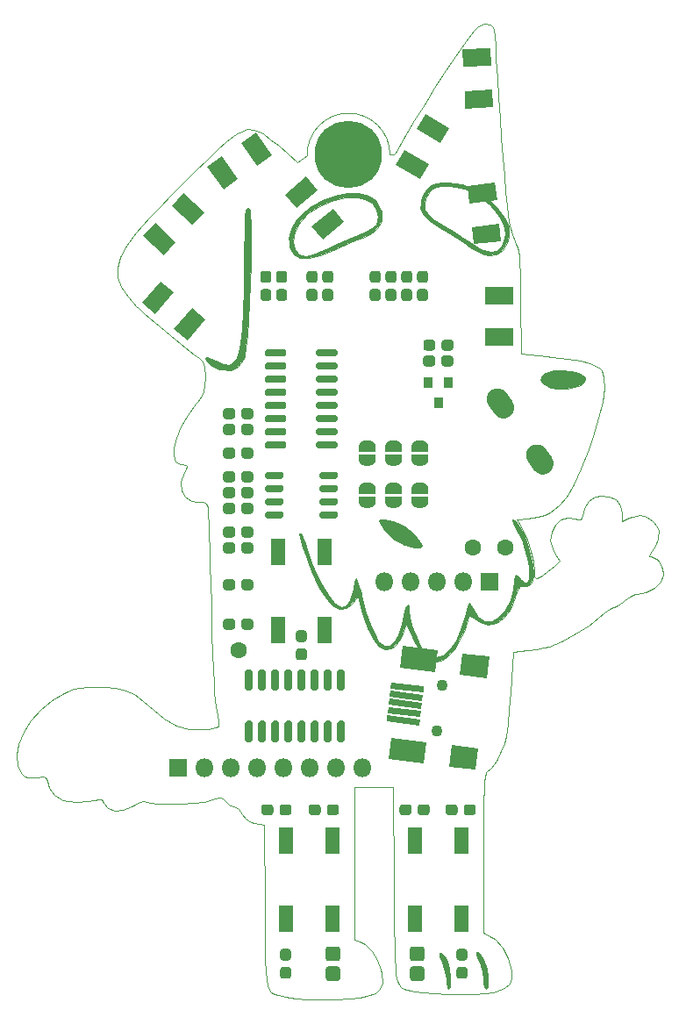
<source format=gbr>
%TF.GenerationSoftware,KiCad,Pcbnew,5.1.6-c6e7f7d~87~ubuntu20.04.1*%
%TF.CreationDate,2020-08-29T22:02:19+08:00*%
%TF.ProjectId,Bluey_Board,426c7565-795f-4426-9f61-72642e6b6963,rev?*%
%TF.SameCoordinates,Original*%
%TF.FileFunction,Soldermask,Top*%
%TF.FilePolarity,Negative*%
%FSLAX46Y46*%
G04 Gerber Fmt 4.6, Leading zero omitted, Abs format (unit mm)*
G04 Created by KiCad (PCBNEW 5.1.6-c6e7f7d~87~ubuntu20.04.1) date 2020-08-29 22:02:19*
%MOMM*%
%LPD*%
G01*
G04 APERTURE LIST*
%TA.AperFunction,Profile*%
%ADD10C,0.010000*%
%TD*%
%ADD11C,0.010000*%
%ADD12C,0.100000*%
%ADD13O,1.800000X1.800000*%
%ADD14R,1.800000X1.800000*%
%ADD15R,2.700000X1.700000*%
%ADD16C,1.600000*%
%ADD17R,1.400000X2.500000*%
%ADD18R,0.900000X1.000000*%
%ADD19C,1.100000*%
%ADD20C,0.900000*%
%ADD21C,6.500000*%
G04 APERTURE END LIST*
D10*
X2550000Y35400000D02*
X2200000Y35400000D01*
X2730069Y35629155D02*
X2550000Y35400000D01*
X-5800000Y35300000D02*
X-6733876Y34653732D01*
X-5798806Y35302271D02*
G75*
G02*
X2200000Y35400000I3998806J97729D01*
G01*
X-33874220Y-22530080D02*
X-33777700Y-23500760D01*
X-33777700Y-23500760D02*
X-33408065Y-24232594D01*
X-33408065Y-24232594D02*
X-33086504Y-24582740D01*
X-33086504Y-24582740D02*
X-32748465Y-24730279D01*
X-32748465Y-24730279D02*
X-32227862Y-24726982D01*
X-32227862Y-24726982D02*
X-31926398Y-24694445D01*
X-31926398Y-24694445D02*
X-31314548Y-24637269D01*
X-31314548Y-24637269D02*
X-31012695Y-24682125D01*
X-31012695Y-24682125D02*
X-30912190Y-24868251D01*
X-30912190Y-24868251D02*
X-30903333Y-25063927D01*
X-30903333Y-25063927D02*
X-30716476Y-25716641D01*
X-30716476Y-25716641D02*
X-30226592Y-26348279D01*
X-30226592Y-26348279D02*
X-29539717Y-26828766D01*
X-29539717Y-26828766D02*
X-29421476Y-26881746D01*
X-29421476Y-26881746D02*
X-28813332Y-27011951D01*
X-28813332Y-27011951D02*
X-27968629Y-27048752D01*
X-27968629Y-27048752D02*
X-27062428Y-26997641D01*
X-27062428Y-26997641D02*
X-26269788Y-26864110D01*
X-26269788Y-26864110D02*
X-25985025Y-26773944D01*
X-25985025Y-26773944D02*
X-25660739Y-26776332D01*
X-25660739Y-26776332D02*
X-25422880Y-27139638D01*
X-25422880Y-27139638D02*
X-25410429Y-27171738D01*
X-25410429Y-27171738D02*
X-25020583Y-27670476D01*
X-25020583Y-27670476D02*
X-24391898Y-27897106D01*
X-24391898Y-27897106D02*
X-23613115Y-27847664D01*
X-23613115Y-27847664D02*
X-22772976Y-27518187D01*
X-22772976Y-27518187D02*
X-22436066Y-27304572D01*
X-22436066Y-27304572D02*
X-22011247Y-27065356D01*
X-22011247Y-27065356D02*
X-21567908Y-27015819D01*
X-21567908Y-27015819D02*
X-20941489Y-27126300D01*
X-20941489Y-27126300D02*
X-20161903Y-27229407D01*
X-20161903Y-27229407D02*
X-19118542Y-27263996D01*
X-19118542Y-27263996D02*
X-17945364Y-27236722D01*
X-17945364Y-27236722D02*
X-16776324Y-27154239D01*
X-16776324Y-27154239D02*
X-15745380Y-27023200D01*
X-15745380Y-27023200D02*
X-14986488Y-26850260D01*
X-14986488Y-26850260D02*
X-14920674Y-26827233D01*
X-14920674Y-26827233D02*
X-14376728Y-26645366D01*
X-14376728Y-26645366D02*
X-14064502Y-26644603D01*
X-14064502Y-26644603D02*
X-13822322Y-26849674D01*
X-13822322Y-26849674D02*
X-13693709Y-27014915D01*
X-13693709Y-27014915D02*
X-13267402Y-27383557D01*
X-13267402Y-27383557D02*
X-12848869Y-27521247D01*
X-12848869Y-27521247D02*
X-12391128Y-27718048D01*
X-12391128Y-27718048D02*
X-12065000Y-28209164D01*
X-12065000Y-28209164D02*
X-11742147Y-28700885D01*
X-11742147Y-28700885D02*
X-11255097Y-28981598D01*
X-11255097Y-28981598D02*
X-10855251Y-29090372D01*
X-10855251Y-29090372D02*
X-9963002Y-29288245D01*
X-9963002Y-29288245D02*
X-9902751Y-37073449D01*
X-9902751Y-37073449D02*
X-9887826Y-39172445D01*
X-9887826Y-39172445D02*
X-9872532Y-40888655D01*
X-9872532Y-40888655D02*
X-9847601Y-42262532D01*
X-9847601Y-42262532D02*
X-9803768Y-43334528D01*
X-9803768Y-43334528D02*
X-9731765Y-44145098D01*
X-9731765Y-44145098D02*
X-9622323Y-44734694D01*
X-9622323Y-44734694D02*
X-9466178Y-45143770D01*
X-9466178Y-45143770D02*
X-9254060Y-45412778D01*
X-9254060Y-45412778D02*
X-8976703Y-45582172D01*
X-8976703Y-45582172D02*
X-8624840Y-45692406D01*
X-8624840Y-45692406D02*
X-8189203Y-45783932D01*
X-8189203Y-45783932D02*
X-7893416Y-45844618D01*
X-7893416Y-45844618D02*
X-6940102Y-45988821D01*
X-6940102Y-45988821D02*
X-5738146Y-46081948D01*
X-5738146Y-46081948D02*
X-4401023Y-46124430D01*
X-4401023Y-46124430D02*
X-3042211Y-46116698D01*
X-3042211Y-46116698D02*
X-1775188Y-46059180D01*
X-1775188Y-46059180D02*
X-713429Y-45952309D01*
X-713429Y-45952309D02*
X-28849Y-45814791D01*
X-28849Y-45814791D02*
X784366Y-45495917D01*
X784366Y-45495917D02*
X1257495Y-45076644D01*
X1257495Y-45076644D02*
X1433281Y-44474314D01*
X1433281Y-44474314D02*
X1354470Y-43606271D01*
X1354470Y-43606271D02*
X1285618Y-43272946D01*
X1285618Y-43272946D02*
X943028Y-42286869D01*
X943028Y-42286869D02*
X420345Y-41425083D01*
X420345Y-41425083D02*
X-205270Y-40791610D01*
X-205270Y-40791610D02*
X-764417Y-40509334D01*
X-764417Y-40509334D02*
X-1270000Y-40382440D01*
X-1270000Y-40382440D02*
X-1270000Y-25611667D01*
X-1270000Y-25611667D02*
X2527326Y-25611667D01*
X2527326Y-25611667D02*
X2586580Y-35048022D01*
X2586580Y-35048022D02*
X2598878Y-37346615D01*
X2598878Y-37346615D02*
X2609215Y-39258870D01*
X2609215Y-39258870D02*
X2624926Y-40821681D01*
X2624926Y-40821681D02*
X2653348Y-42071941D01*
X2653348Y-42071941D02*
X2701816Y-43046545D01*
X2701816Y-43046545D02*
X2777664Y-43782384D01*
X2777664Y-43782384D02*
X2888229Y-44316354D01*
X2888229Y-44316354D02*
X3040846Y-44685348D01*
X3040846Y-44685348D02*
X3242851Y-44926258D01*
X3242851Y-44926258D02*
X3501578Y-45075979D01*
X3501578Y-45075979D02*
X3824365Y-45171405D01*
X3824365Y-45171405D02*
X4218545Y-45249428D01*
X4218545Y-45249428D02*
X4631586Y-45333277D01*
X4631586Y-45333277D02*
X5420422Y-45452940D01*
X5420422Y-45452940D02*
X6484060Y-45535778D01*
X6484060Y-45535778D02*
X7714907Y-45581762D01*
X7714907Y-45581762D02*
X9005370Y-45590861D01*
X9005370Y-45590861D02*
X10247857Y-45563045D01*
X10247857Y-45563045D02*
X11334775Y-45498284D01*
X11334775Y-45498284D02*
X12158533Y-45396549D01*
X12158533Y-45396549D02*
X12425891Y-45335452D01*
X12425891Y-45335452D02*
X13260476Y-45020350D01*
X13260476Y-45020350D02*
X13737706Y-44624037D01*
X13737706Y-44624037D02*
X13923480Y-44057064D01*
X13923480Y-44057064D02*
X13897290Y-43338199D01*
X13897290Y-43338199D02*
X13603411Y-42129927D01*
X13603411Y-42129927D02*
X13059462Y-41087485D01*
X13059462Y-41087485D02*
X12325330Y-40313248D01*
X12325330Y-40313248D02*
X12009284Y-40110833D01*
X12009284Y-40110833D02*
X11219477Y-39687500D01*
X11219477Y-39687500D02*
X11218905Y-32025101D01*
X11218905Y-32025101D02*
X11221677Y-29936810D01*
X11221677Y-29936810D02*
X11231168Y-28236337D01*
X11231168Y-28236337D02*
X11248626Y-26888204D01*
X11248626Y-26888204D02*
X11275301Y-25856932D01*
X11275301Y-25856932D02*
X11312442Y-25107041D01*
X11312442Y-25107041D02*
X11361297Y-24603053D01*
X11361297Y-24603053D02*
X11423115Y-24309488D01*
X11423115Y-24309488D02*
X11494587Y-24193434D01*
X11494587Y-24193434D02*
X11957002Y-23757201D01*
X11957002Y-23757201D02*
X12458964Y-23044109D01*
X12458964Y-23044109D02*
X12919957Y-22183250D01*
X12919957Y-22183250D02*
X13222076Y-21423705D01*
X13222076Y-21423705D02*
X13394354Y-20681763D01*
X13394354Y-20681763D02*
X13557755Y-19562493D01*
X13557755Y-19562493D02*
X13706651Y-18111889D01*
X13706651Y-18111889D02*
X13830767Y-16449539D01*
X13830767Y-16449539D02*
X14075833Y-12594167D01*
X14075833Y-12594167D02*
X15415015Y-12446464D01*
X15415015Y-12446464D02*
X16274355Y-12325053D01*
X16274355Y-12325053D02*
X17089281Y-12166447D01*
X17089281Y-12166447D02*
X17531682Y-12050357D01*
X17531682Y-12050357D02*
X18765201Y-11551487D01*
X18765201Y-11551487D02*
X20107928Y-10838178D01*
X20107928Y-10838178D02*
X21386156Y-10010905D01*
X21386156Y-10010905D02*
X22280563Y-9303549D01*
X22280563Y-9303549D02*
X22895567Y-8792804D01*
X22895567Y-8792804D02*
X23424869Y-8419666D01*
X23424869Y-8419666D02*
X23763940Y-8256934D01*
X23763940Y-8256934D02*
X23786139Y-8255000D01*
X23786139Y-8255000D02*
X24136734Y-8123024D01*
X24136734Y-8123024D02*
X24631787Y-7790805D01*
X24631787Y-7790805D02*
X24838494Y-7620000D01*
X24838494Y-7620000D02*
X25373865Y-7230617D01*
X25373865Y-7230617D02*
X25860037Y-7006439D01*
X25860037Y-7006439D02*
X25996247Y-6985000D01*
X25996247Y-6985000D02*
X26897951Y-6829782D01*
X26897951Y-6829782D02*
X27690803Y-6415409D01*
X27690803Y-6415409D02*
X28277937Y-5818799D01*
X28277937Y-5818799D02*
X28562488Y-5116870D01*
X28562488Y-5116870D02*
X28575000Y-4937270D01*
X28575000Y-4937270D02*
X28427935Y-4266920D01*
X28427935Y-4266920D02*
X28054115Y-3714443D01*
X28054115Y-3714443D02*
X27554602Y-3410314D01*
X27554602Y-3410314D02*
X27373937Y-3386667D01*
X27373937Y-3386667D02*
X27177349Y-3339479D01*
X27177349Y-3339479D02*
X27261718Y-3144443D01*
X27261718Y-3144443D02*
X27497121Y-2878305D01*
X27497121Y-2878305D02*
X27841252Y-2327888D01*
X27841252Y-2327888D02*
X28070114Y-1631417D01*
X28070114Y-1631417D02*
X28089684Y-1512689D01*
X28089684Y-1512689D02*
X28122299Y-911978D01*
X28122299Y-911978D02*
X27967126Y-478833D01*
X27967126Y-478833D02*
X27559448Y-10217D01*
X27559448Y-10217D02*
X26961474Y462203D01*
X26961474Y462203D02*
X26359679Y611330D01*
X26359679Y611330D02*
X25620095Y457125D01*
X25620095Y457125D02*
X25287368Y328301D01*
X25287368Y328301D02*
X24553333Y21601D01*
X24553333Y21601D02*
X24553333Y761255D01*
X24553333Y761255D02*
X24391062Y1555069D01*
X24391062Y1555069D02*
X23963414Y2114610D01*
X23963414Y2114610D02*
X23359139Y2437567D01*
X23359139Y2437567D02*
X22666986Y2521629D01*
X22666986Y2521629D02*
X21975705Y2364485D01*
X21975705Y2364485D02*
X21374045Y1963823D01*
X21374045Y1963823D02*
X20950755Y1317332D01*
X20950755Y1317332D02*
X20826478Y858314D01*
X20826478Y858314D02*
X20722565Y345085D01*
X20722565Y345085D02*
X20566530Y162998D01*
X20566530Y162998D02*
X20252109Y223339D01*
X20252109Y223339D02*
X20122922Y270952D01*
X20122922Y270952D02*
X19335021Y386155D01*
X19335021Y386155D02*
X18652602Y159576D01*
X18652602Y159576D02*
X18119597Y-331731D01*
X18119597Y-331731D02*
X17779941Y-1010714D01*
X17779941Y-1010714D02*
X17677568Y-1800318D01*
X17677568Y-1800318D02*
X17856411Y-2623491D01*
X17856411Y-2623491D02*
X18163238Y-3166037D01*
X18163238Y-3166037D02*
X18599808Y-3756530D01*
X18599808Y-3756530D02*
X18031154Y-4279970D01*
X18031154Y-4279970D02*
X17428274Y-4790396D01*
X17428274Y-4790396D02*
X16845135Y-5211405D01*
X16845135Y-5211405D02*
X16396193Y-5464330D01*
X16396193Y-5464330D02*
X16251236Y-5503333D01*
X16251236Y-5503333D02*
X16147024Y-5315772D01*
X16147024Y-5315772D02*
X16090197Y-4848675D01*
X16090197Y-4848675D02*
X16086667Y-4678962D01*
X16086667Y-4678962D02*
X15995561Y-3863565D01*
X15995561Y-3863565D02*
X15755940Y-2843154D01*
X15755940Y-2843154D02*
X15418342Y-1786332D01*
X15418342Y-1786332D02*
X15033310Y-861697D01*
X15033310Y-861697D02*
X14830269Y-487708D01*
X14830269Y-487708D02*
X14413492Y188751D01*
X14413492Y188751D02*
X15408829Y319660D01*
X15408829Y319660D02*
X16417828Y467793D01*
X16417828Y467793D02*
X17123896Y628648D01*
X17123896Y628648D02*
X17645944Y850431D01*
X17645944Y850431D02*
X18102885Y1181348D01*
X18102885Y1181348D02*
X18529035Y1584562D01*
X18529035Y1584562D02*
X19232925Y2438892D01*
X19232925Y2438892D02*
X19928319Y3596631D01*
X19928319Y3596631D02*
X20631218Y5090317D01*
X20631218Y5090317D02*
X21357629Y6952491D01*
X21357629Y6952491D02*
X21809677Y8255000D01*
X21809677Y8255000D02*
X22337681Y10007916D01*
X22337681Y10007916D02*
X22687051Y11556372D01*
X22687051Y11556372D02*
X22853749Y12861538D01*
X22853749Y12861538D02*
X22833735Y13884588D01*
X22833735Y13884588D02*
X22622969Y14586692D01*
X22622969Y14586692D02*
X22487078Y14766255D01*
X22487078Y14766255D02*
X22089541Y15044082D01*
X22089541Y15044082D02*
X21466956Y15283341D01*
X21466956Y15283341D02*
X20572543Y15494526D01*
X20572543Y15494526D02*
X19359520Y15688127D01*
X19359520Y15688127D02*
X17781107Y15874638D01*
X17781107Y15874638D02*
X17347028Y15919080D01*
X17347028Y15919080D02*
X14843648Y16169376D01*
X14843648Y16169376D02*
X14777240Y21155105D01*
X14777240Y21155105D02*
X14753717Y22749775D01*
X14753717Y22749775D02*
X14727388Y23981110D01*
X14727388Y23981110D02*
X14692831Y24909101D01*
X14692831Y24909101D02*
X14644626Y25593738D01*
X14644626Y25593738D02*
X14577353Y26095011D01*
X14577353Y26095011D02*
X14485593Y26472912D01*
X14485593Y26472912D02*
X14363924Y26787430D01*
X14363924Y26787430D02*
X14247060Y27022998D01*
X14247060Y27022998D02*
X13988859Y27678947D01*
X13988859Y27678947D02*
X13748017Y28570437D01*
X13748017Y28570437D02*
X13574439Y29510931D01*
X13574439Y29510931D02*
X13567493Y29562998D01*
X13567493Y29562998D02*
X13460956Y30501736D01*
X13460956Y30501736D02*
X13337486Y31790898D01*
X13337486Y31790898D02*
X13202549Y33358168D01*
X13202549Y33358168D02*
X13061616Y35131228D01*
X13061616Y35131228D02*
X12920154Y37037764D01*
X12920154Y37037764D02*
X12783631Y39005458D01*
X12783631Y39005458D02*
X12657518Y40961994D01*
X12657518Y40961994D02*
X12547281Y42835056D01*
X12547281Y42835056D02*
X12505780Y43603333D01*
X12505780Y43603333D02*
X12434307Y44835097D01*
X12434307Y44835097D02*
X12357227Y45937042D01*
X12357227Y45937042D02*
X12280962Y46832212D01*
X12280962Y46832212D02*
X12211932Y47443652D01*
X12211932Y47443652D02*
X12165800Y47677917D01*
X12165800Y47677917D02*
X11849451Y47980581D01*
X11849451Y47980581D02*
X11328308Y48017922D01*
X11328308Y48017922D02*
X10730827Y47785678D01*
X10730827Y47785678D02*
X10644060Y47728377D01*
X10644060Y47728377D02*
X10299057Y47381704D01*
X10299057Y47381704D02*
X9773320Y46715932D01*
X9773320Y46715932D02*
X9097425Y45778785D01*
X9097425Y45778785D02*
X8301948Y44617989D01*
X8301948Y44617989D02*
X7417463Y43281267D01*
X7417463Y43281267D02*
X6474547Y41816346D01*
X6474547Y41816346D02*
X5503774Y40270949D01*
X5503774Y40270949D02*
X4535719Y38692802D01*
X4535719Y38692802D02*
X3600959Y37129629D01*
X3600959Y37129629D02*
X2730069Y35629155D01*
X-6733876Y34653732D02*
X-7661352Y35470129D01*
X-7661352Y35470129D02*
X-8559267Y36233669D01*
X-8559267Y36233669D02*
X-9352096Y36878595D01*
X-9352096Y36878595D02*
X-9964316Y37339150D01*
X-9964316Y37339150D02*
X-10230655Y37509045D01*
X-10230655Y37509045D02*
X-10948302Y37811448D01*
X-10948302Y37811448D02*
X-11585926Y37834423D01*
X-11585926Y37834423D02*
X-12332082Y37579551D01*
X-12332082Y37579551D02*
X-12443701Y37527605D01*
X-12443701Y37527605D02*
X-12884924Y37235617D01*
X-12884924Y37235617D02*
X-13567305Y36679252D01*
X-13567305Y36679252D02*
X-14443477Y35903916D01*
X-14443477Y35903916D02*
X-15466076Y34955014D01*
X-15466076Y34955014D02*
X-16587735Y33877953D01*
X-16587735Y33877953D02*
X-17761089Y32718139D01*
X-17761089Y32718139D02*
X-18938773Y31520977D01*
X-18938773Y31520977D02*
X-20073420Y30331875D01*
X-20073420Y30331875D02*
X-21009865Y29315833D01*
X-21009865Y29315833D02*
X-22276247Y27848251D01*
X-22276247Y27848251D02*
X-23210794Y26588158D01*
X-23210794Y26588158D02*
X-23819670Y25488156D01*
X-23819670Y25488156D02*
X-24109036Y24500845D01*
X-24109036Y24500845D02*
X-24085057Y23578826D01*
X-24085057Y23578826D02*
X-23753895Y22674699D01*
X-23753895Y22674699D02*
X-23121713Y21741066D01*
X-23121713Y21741066D02*
X-22194675Y20730527D01*
X-22194675Y20730527D02*
X-22133976Y20670514D01*
X-22133976Y20670514D02*
X-21445626Y20025396D01*
X-21445626Y20025396D02*
X-20556230Y19238532D01*
X-20556230Y19238532D02*
X-19553790Y18382993D01*
X-19553790Y18382993D02*
X-18526308Y17531850D01*
X-18526308Y17531850D02*
X-17561787Y16758174D01*
X-17561787Y16758174D02*
X-16748229Y16135034D01*
X-16748229Y16135034D02*
X-16245417Y15781085D01*
X-16245417Y15781085D02*
X-15936693Y15547686D01*
X-15936693Y15547686D02*
X-15761992Y15272332D01*
X-15761992Y15272332D02*
X-15683555Y14835554D01*
X-15683555Y14835554D02*
X-15663623Y14117887D01*
X-15663623Y14117887D02*
X-15663333Y13939430D01*
X-15663333Y13939430D02*
X-15679983Y13137407D01*
X-15679983Y13137407D02*
X-15768611Y12586748D01*
X-15768611Y12586748D02*
X-15987243Y12115715D01*
X-15987243Y12115715D02*
X-16393899Y11552568D01*
X-16393899Y11552568D02*
X-16526900Y11383386D01*
X-16526900Y11383386D02*
X-17328207Y10254633D01*
X-17328207Y10254633D02*
X-17958279Y9136898D01*
X-17958279Y9136898D02*
X-18405079Y8082074D01*
X-18405079Y8082074D02*
X-18656567Y7142050D01*
X-18656567Y7142050D02*
X-18700706Y6368718D01*
X-18700706Y6368718D02*
X-18525455Y5813968D01*
X-18525455Y5813968D02*
X-18118777Y5529691D01*
X-18118777Y5529691D02*
X-17891072Y5503333D01*
X-17891072Y5503333D02*
X-17505293Y5487880D01*
X-17505293Y5487880D02*
X-17389883Y5369725D01*
X-17389883Y5369725D02*
X-17514306Y5041180D01*
X-17514306Y5041180D02*
X-17672863Y4733778D01*
X-17672863Y4733778D02*
X-17981210Y3820963D01*
X-17981210Y3820963D02*
X-17941950Y3016542D01*
X-17941950Y3016542D02*
X-17587021Y2386870D01*
X-17587021Y2386870D02*
X-16948361Y1998302D01*
X-16948361Y1998302D02*
X-16311303Y1905000D01*
X-16311303Y1905000D02*
X-15787024Y1882637D01*
X-15787024Y1882637D02*
X-15529370Y1737193D01*
X-15529370Y1737193D02*
X-15415493Y1351136D01*
X-15415493Y1351136D02*
X-15371029Y1005417D01*
X-15371029Y1005417D02*
X-15342575Y599198D01*
X-15342575Y599198D02*
X-15306467Y-179295D01*
X-15306467Y-179295D02*
X-15264400Y-1279106D01*
X-15264400Y-1279106D02*
X-15218071Y-2649279D01*
X-15218071Y-2649279D02*
X-15169175Y-4238860D01*
X-15169175Y-4238860D02*
X-15119409Y-5996891D01*
X-15119409Y-5996891D02*
X-15070467Y-7872417D01*
X-15070467Y-7872417D02*
X-15055802Y-8466667D01*
X-15055802Y-8466667D02*
X-14996482Y-10765394D01*
X-14996482Y-10765394D02*
X-14938956Y-12679881D01*
X-14938956Y-12679881D02*
X-14881045Y-14249203D01*
X-14881045Y-14249203D02*
X-14820569Y-15512433D01*
X-14820569Y-15512433D02*
X-14755348Y-16508647D01*
X-14755348Y-16508647D02*
X-14683203Y-17276918D01*
X-14683203Y-17276918D02*
X-14601955Y-17856322D01*
X-14601955Y-17856322D02*
X-14509425Y-18285932D01*
X-14509425Y-18285932D02*
X-14507796Y-18291969D01*
X-14507796Y-18291969D02*
X-14320558Y-19149380D01*
X-14320558Y-19149380D02*
X-14322809Y-19648561D01*
X-14322809Y-19648561D02*
X-14383569Y-19759902D01*
X-14383569Y-19759902D02*
X-14699031Y-19890421D01*
X-14699031Y-19890421D02*
X-15292971Y-20005843D01*
X-15292971Y-20005843D02*
X-15851009Y-20065615D01*
X-15851009Y-20065615D02*
X-17225300Y-20030494D01*
X-17225300Y-20030494D02*
X-18461220Y-19687970D01*
X-18461220Y-19687970D02*
X-19650560Y-19002180D01*
X-19650560Y-19002180D02*
X-20600772Y-18209805D01*
X-20600772Y-18209805D02*
X-21625558Y-17303633D01*
X-21625558Y-17303633D02*
X-22499875Y-16677050D01*
X-22499875Y-16677050D02*
X-23340400Y-16281247D01*
X-23340400Y-16281247D02*
X-24263810Y-16067416D01*
X-24263810Y-16067416D02*
X-25386780Y-15986749D01*
X-25386780Y-15986749D02*
X-25929167Y-15980833D01*
X-25929167Y-15980833D02*
X-26970489Y-15995039D01*
X-26970489Y-15995039D02*
X-27724506Y-16053063D01*
X-27724506Y-16053063D02*
X-28326743Y-16178011D01*
X-28326743Y-16178011D02*
X-28912721Y-16392992D01*
X-28912721Y-16392992D02*
X-29256157Y-16548112D01*
X-29256157Y-16548112D02*
X-30483918Y-17266606D01*
X-30483918Y-17266606D02*
X-31571280Y-18175779D01*
X-31571280Y-18175779D02*
X-32486117Y-19216173D01*
X-32486117Y-19216173D02*
X-33196303Y-20328327D01*
X-33196303Y-20328327D02*
X-33669712Y-21452782D01*
X-33669712Y-21452782D02*
X-33874220Y-22530080D01*
D11*
%TO.C,SILK_T2*%
G36*
X9188689Y32525412D02*
G01*
X10478369Y32001438D01*
X11718062Y31099049D01*
X12499206Y30321974D01*
X13253697Y29357543D01*
X13643469Y28480187D01*
X13693406Y27611391D01*
X13551436Y27001953D01*
X13112803Y26182793D01*
X12474132Y25733614D01*
X11660947Y25666157D01*
X11028808Y25841314D01*
X10580057Y26077601D01*
X9957783Y26472872D01*
X9496779Y26796550D01*
X8766082Y27294620D01*
X7862365Y27857928D01*
X7041236Y28330923D01*
X6046832Y28958905D01*
X5429760Y29572840D01*
X5150008Y30229625D01*
X5159351Y30632351D01*
X5503333Y30632351D01*
X5579307Y30112642D01*
X5847881Y29651753D01*
X6370031Y29183975D01*
X7206735Y28643601D01*
X7514167Y28465502D01*
X8249008Y28024946D01*
X9130127Y27465958D01*
X9908796Y26948664D01*
X10989046Y26316885D01*
X11854780Y26046516D01*
X12510062Y26136427D01*
X12615396Y26196991D01*
X12995372Y26644774D01*
X13262979Y27308230D01*
X13335000Y27828684D01*
X13148672Y28689439D01*
X12636121Y29616033D01*
X11866996Y30524313D01*
X10910944Y31330130D01*
X9978980Y31883488D01*
X9331954Y32104342D01*
X8485199Y32277792D01*
X7898720Y32344129D01*
X7147980Y32375677D01*
X6671997Y32320004D01*
X6325338Y32141386D01*
X6046637Y31889213D01*
X5589052Y31179415D01*
X5503333Y30632351D01*
X5159351Y30632351D01*
X5167560Y30986158D01*
X5168895Y30993319D01*
X5420042Y31630098D01*
X5841700Y32192398D01*
X6209665Y32476915D01*
X6635863Y32631320D01*
X7259598Y32691617D01*
X7796376Y32697567D01*
X9188689Y32525412D01*
G37*
X9188689Y32525412D02*
X10478369Y32001438D01*
X11718062Y31099049D01*
X12499206Y30321974D01*
X13253697Y29357543D01*
X13643469Y28480187D01*
X13693406Y27611391D01*
X13551436Y27001953D01*
X13112803Y26182793D01*
X12474132Y25733614D01*
X11660947Y25666157D01*
X11028808Y25841314D01*
X10580057Y26077601D01*
X9957783Y26472872D01*
X9496779Y26796550D01*
X8766082Y27294620D01*
X7862365Y27857928D01*
X7041236Y28330923D01*
X6046832Y28958905D01*
X5429760Y29572840D01*
X5150008Y30229625D01*
X5159351Y30632351D01*
X5503333Y30632351D01*
X5579307Y30112642D01*
X5847881Y29651753D01*
X6370031Y29183975D01*
X7206735Y28643601D01*
X7514167Y28465502D01*
X8249008Y28024946D01*
X9130127Y27465958D01*
X9908796Y26948664D01*
X10989046Y26316885D01*
X11854780Y26046516D01*
X12510062Y26136427D01*
X12615396Y26196991D01*
X12995372Y26644774D01*
X13262979Y27308230D01*
X13335000Y27828684D01*
X13148672Y28689439D01*
X12636121Y29616033D01*
X11866996Y30524313D01*
X10910944Y31330130D01*
X9978980Y31883488D01*
X9331954Y32104342D01*
X8485199Y32277792D01*
X7898720Y32344129D01*
X7147980Y32375677D01*
X6671997Y32320004D01*
X6325338Y32141386D01*
X6046637Y31889213D01*
X5589052Y31179415D01*
X5503333Y30632351D01*
X5159351Y30632351D01*
X5167560Y30986158D01*
X5168895Y30993319D01*
X5420042Y31630098D01*
X5841700Y32192398D01*
X6209665Y32476915D01*
X6635863Y32631320D01*
X7259598Y32691617D01*
X7796376Y32697567D01*
X9188689Y32525412D01*
G36*
X86117Y31468779D02*
G01*
X765698Y31014356D01*
X919766Y30817752D01*
X1353819Y29876836D01*
X1379830Y29027775D01*
X1007625Y28294632D01*
X247031Y27701469D01*
X-478933Y27393021D01*
X-1208506Y27120335D01*
X-2137420Y26730809D01*
X-3087769Y26299687D01*
X-3269637Y26212735D01*
X-4576823Y25674094D01*
X-5672272Y25415999D01*
X-6523940Y25442495D01*
X-7075397Y25732301D01*
X-7475537Y26411804D01*
X-7533270Y27067595D01*
X-7196667Y27067595D01*
X-7035279Y26317668D01*
X-6597733Y25805359D01*
X-5953953Y25611733D01*
X-5940806Y25611667D01*
X-5482750Y25701339D01*
X-4789884Y25937831D01*
X-4002831Y26272359D01*
X-3909862Y26316235D01*
X-2904323Y26773974D01*
X-1769960Y27257423D01*
X-896496Y27605920D01*
X-132497Y27934996D01*
X480197Y28269532D01*
X826124Y28545072D01*
X849754Y28580770D01*
X1068826Y29369452D01*
X913395Y30108121D01*
X431647Y30723408D01*
X-328233Y31141950D01*
X-916708Y31270328D01*
X-2196982Y31258198D01*
X-3465500Y30968166D01*
X-4652641Y30446825D01*
X-5688784Y29740767D01*
X-6504306Y28896586D01*
X-7029586Y27960875D01*
X-7196667Y27067595D01*
X-7533270Y27067595D01*
X-7550083Y27258572D01*
X-7315000Y28189773D01*
X-6786250Y29122574D01*
X-6317237Y29666097D01*
X-5357092Y30444634D01*
X-4251722Y31048230D01*
X-3077923Y31464663D01*
X-1912487Y31681712D01*
X-832209Y31687158D01*
X86117Y31468779D01*
G37*
X86117Y31468779D02*
X765698Y31014356D01*
X919766Y30817752D01*
X1353819Y29876836D01*
X1379830Y29027775D01*
X1007625Y28294632D01*
X247031Y27701469D01*
X-478933Y27393021D01*
X-1208506Y27120335D01*
X-2137420Y26730809D01*
X-3087769Y26299687D01*
X-3269637Y26212735D01*
X-4576823Y25674094D01*
X-5672272Y25415999D01*
X-6523940Y25442495D01*
X-7075397Y25732301D01*
X-7475537Y26411804D01*
X-7533270Y27067595D01*
X-7196667Y27067595D01*
X-7035279Y26317668D01*
X-6597733Y25805359D01*
X-5953953Y25611733D01*
X-5940806Y25611667D01*
X-5482750Y25701339D01*
X-4789884Y25937831D01*
X-4002831Y26272359D01*
X-3909862Y26316235D01*
X-2904323Y26773974D01*
X-1769960Y27257423D01*
X-896496Y27605920D01*
X-132497Y27934996D01*
X480197Y28269532D01*
X826124Y28545072D01*
X849754Y28580770D01*
X1068826Y29369452D01*
X913395Y30108121D01*
X431647Y30723408D01*
X-328233Y31141950D01*
X-916708Y31270328D01*
X-2196982Y31258198D01*
X-3465500Y30968166D01*
X-4652641Y30446825D01*
X-5688784Y29740767D01*
X-6504306Y28896586D01*
X-7029586Y27960875D01*
X-7196667Y27067595D01*
X-7533270Y27067595D01*
X-7550083Y27258572D01*
X-7315000Y28189773D01*
X-6786250Y29122574D01*
X-6317237Y29666097D01*
X-5357092Y30444634D01*
X-4251722Y31048230D01*
X-3077923Y31464663D01*
X-1912487Y31681712D01*
X-832209Y31687158D01*
X86117Y31468779D01*
G36*
X-11412606Y30211512D02*
G01*
X-11325551Y30002068D01*
X-11269031Y29581529D01*
X-11237408Y28891424D01*
X-11225044Y27873280D01*
X-11224599Y27040417D01*
X-11243901Y24949517D01*
X-11291465Y22945879D01*
X-11364113Y21078974D01*
X-11458667Y19398272D01*
X-11571950Y17953242D01*
X-11700782Y16793355D01*
X-11841986Y15968081D01*
X-11960554Y15584472D01*
X-12473937Y14891288D01*
X-13171845Y14578270D01*
X-14047020Y14648188D01*
X-14250712Y14711115D01*
X-15098310Y15085363D01*
X-15570910Y15488668D01*
X-15663333Y15762718D01*
X-15493580Y15842109D01*
X-14994708Y15679632D01*
X-14609913Y15500603D01*
X-13848147Y15177003D01*
X-13317256Y15120385D01*
X-12908046Y15345612D01*
X-12568616Y15778456D01*
X-12380969Y16295593D01*
X-12221370Y17225836D01*
X-12090441Y18559845D01*
X-11988806Y20288281D01*
X-11917088Y22401805D01*
X-11875909Y24891077D01*
X-11866877Y26299583D01*
X-11857794Y27708795D01*
X-11838594Y28747824D01*
X-11804846Y29469779D01*
X-11752121Y29927774D01*
X-11675988Y30174920D01*
X-11572018Y30264327D01*
X-11535833Y30268333D01*
X-11412606Y30211512D01*
G37*
X-11412606Y30211512D02*
X-11325551Y30002068D01*
X-11269031Y29581529D01*
X-11237408Y28891424D01*
X-11225044Y27873280D01*
X-11224599Y27040417D01*
X-11243901Y24949517D01*
X-11291465Y22945879D01*
X-11364113Y21078974D01*
X-11458667Y19398272D01*
X-11571950Y17953242D01*
X-11700782Y16793355D01*
X-11841986Y15968081D01*
X-11960554Y15584472D01*
X-12473937Y14891288D01*
X-13171845Y14578270D01*
X-14047020Y14648188D01*
X-14250712Y14711115D01*
X-15098310Y15085363D01*
X-15570910Y15488668D01*
X-15663333Y15762718D01*
X-15493580Y15842109D01*
X-14994708Y15679632D01*
X-14609913Y15500603D01*
X-13848147Y15177003D01*
X-13317256Y15120385D01*
X-12908046Y15345612D01*
X-12568616Y15778456D01*
X-12380969Y16295593D01*
X-12221370Y17225836D01*
X-12090441Y18559845D01*
X-11988806Y20288281D01*
X-11917088Y22401805D01*
X-11875909Y24891077D01*
X-11866877Y26299583D01*
X-11857794Y27708795D01*
X-11838594Y28747824D01*
X-11804846Y29469779D01*
X-11752121Y29927774D01*
X-11675988Y30174920D01*
X-11572018Y30264327D01*
X-11535833Y30268333D01*
X-11412606Y30211512D01*
G36*
X19685527Y14528162D02*
G01*
X20421823Y14325028D01*
X20920782Y14018803D01*
X21042384Y13835918D01*
X20985026Y13490695D01*
X20600301Y13190898D01*
X19983629Y12960433D01*
X19230430Y12823208D01*
X18436123Y12803134D01*
X17696129Y12924118D01*
X17568333Y12965455D01*
X16984830Y13295804D01*
X16751299Y13699398D01*
X16885432Y14098754D01*
X17251102Y14354942D01*
X17980318Y14559526D01*
X18831742Y14611797D01*
X19685527Y14528162D01*
G37*
X19685527Y14528162D02*
X20421823Y14325028D01*
X20920782Y14018803D01*
X21042384Y13835918D01*
X20985026Y13490695D01*
X20600301Y13190898D01*
X19983629Y12960433D01*
X19230430Y12823208D01*
X18436123Y12803134D01*
X17696129Y12924118D01*
X17568333Y12965455D01*
X16984830Y13295804D01*
X16751299Y13699398D01*
X16885432Y14098754D01*
X17251102Y14354942D01*
X17980318Y14559526D01*
X18831742Y14611797D01*
X19685527Y14528162D01*
G36*
X2528493Y32076D02*
G01*
X3485850Y-426555D01*
X4354320Y-1088823D01*
X4605565Y-1349971D01*
X5095537Y-1968776D01*
X5258292Y-2354399D01*
X5080566Y-2518707D01*
X4549096Y-2473564D01*
X3650619Y-2230838D01*
X3628639Y-2223995D01*
X2484811Y-1665642D01*
X1617871Y-806799D01*
X1350286Y-370417D01*
X1165100Y33537D01*
X1241845Y185963D01*
X1634981Y207018D01*
X2528493Y32076D01*
G37*
X2528493Y32076D02*
X3485850Y-426555D01*
X4354320Y-1088823D01*
X4605565Y-1349971D01*
X5095537Y-1968776D01*
X5258292Y-2354399D01*
X5080566Y-2518707D01*
X4549096Y-2473564D01*
X3650619Y-2230838D01*
X3628639Y-2223995D01*
X2484811Y-1665642D01*
X1617871Y-806799D01*
X1350286Y-370417D01*
X1165100Y33537D01*
X1241845Y185963D01*
X1634981Y207018D01*
X2528493Y32076D01*
G36*
X14362127Y18185D02*
G01*
X14717827Y-503421D01*
X15086149Y-1264893D01*
X15435207Y-2177973D01*
X15733114Y-3154401D01*
X15947983Y-4105919D01*
X16047930Y-4944268D01*
X16043995Y-5304930D01*
X15854380Y-5899753D01*
X15456245Y-6233064D01*
X14949076Y-6225075D01*
X14728954Y-6257260D01*
X14523000Y-6579833D01*
X14292178Y-7255282D01*
X14280458Y-7295396D01*
X13814011Y-8430267D01*
X13188783Y-9264776D01*
X12452767Y-9772970D01*
X11653953Y-9928897D01*
X10840333Y-9706604D01*
X10387907Y-9400351D01*
X9962725Y-9081336D01*
X9767609Y-9052924D01*
X9736667Y-9180744D01*
X9618142Y-9818591D01*
X9307917Y-10647778D01*
X8874017Y-11525347D01*
X8384465Y-12308340D01*
X8056536Y-12711660D01*
X7334457Y-13326723D01*
X6680582Y-13541740D01*
X6034283Y-13359919D01*
X5401490Y-12852157D01*
X4915985Y-12228711D01*
X4473765Y-11436521D01*
X4314642Y-11052990D01*
X4031952Y-10363064D01*
X3801292Y-10001236D01*
X3648125Y-9993575D01*
X3597542Y-10318750D01*
X3455170Y-10846696D01*
X3105730Y-11473012D01*
X2663045Y-12019953D01*
X2351756Y-12264131D01*
X1756377Y-12373360D01*
X1167680Y-12074839D01*
X597647Y-11384119D01*
X58260Y-10316749D01*
X-438497Y-8888282D01*
X-547964Y-8501098D01*
X-912825Y-7159697D01*
X-1424254Y-7813182D01*
X-2022802Y-8346942D01*
X-2650994Y-8462928D01*
X-3304562Y-8165338D01*
X-3979238Y-7458369D01*
X-4670755Y-6346221D01*
X-5374844Y-4833092D01*
X-5928191Y-3382356D01*
X-6302480Y-2268593D01*
X-6510724Y-1516035D01*
X-6551294Y-1132758D01*
X-6422562Y-1126835D01*
X-6373434Y-1174750D01*
X-6219861Y-1474137D01*
X-6011075Y-2048791D01*
X-5829432Y-2645833D01*
X-5405175Y-3936787D01*
X-4886276Y-5167796D01*
X-4311319Y-6275039D01*
X-3718886Y-7194697D01*
X-3147559Y-7862949D01*
X-2635921Y-8215975D01*
X-2438427Y-8255000D01*
X-2015682Y-8060965D01*
X-1642356Y-7548790D01*
X-1383777Y-6823370D01*
X-1323273Y-6464423D01*
X-1230371Y-5893863D01*
X-1119128Y-5549454D01*
X-1069508Y-5503333D01*
X-957178Y-5693917D01*
X-788061Y-6200041D01*
X-593867Y-6923268D01*
X-541071Y-7143750D01*
X-101435Y-8804095D01*
X366768Y-10160196D01*
X845958Y-11164821D01*
X1091394Y-11529787D01*
X1601323Y-11958926D01*
X2110728Y-11992223D01*
X2589587Y-11656138D01*
X3007875Y-10977134D01*
X3335572Y-9981671D01*
X3441996Y-9457996D01*
X3601863Y-8702342D01*
X3764689Y-8212709D01*
X3905235Y-8028475D01*
X3998261Y-8189016D01*
X4021667Y-8553642D01*
X4120046Y-9273061D01*
X4376513Y-10193700D01*
X4733066Y-11152751D01*
X5131700Y-11987405D01*
X5388094Y-12388983D01*
X6002796Y-12953301D01*
X6654338Y-13120551D01*
X7315796Y-12912164D01*
X7960242Y-12349577D01*
X8560750Y-11454221D01*
X9090396Y-10247532D01*
X9416937Y-9181916D01*
X9600553Y-8520272D01*
X9753761Y-8044210D01*
X9826862Y-7882582D01*
X9959034Y-7992812D01*
X10170911Y-8385931D01*
X10243195Y-8550968D01*
X10687067Y-9206402D01*
X11301113Y-9597503D01*
X11967371Y-9655222D01*
X12079921Y-9626097D01*
X12724841Y-9225428D01*
X13315630Y-8509642D01*
X13793384Y-7586931D01*
X14099199Y-6565486D01*
X14180486Y-5767917D01*
X14220901Y-5242337D01*
X14369345Y-5118734D01*
X14670381Y-5380534D01*
X14801375Y-5537011D01*
X15175756Y-5878035D01*
X15436605Y-5870994D01*
X15588916Y-5574228D01*
X15637684Y-5046075D01*
X15587903Y-4344872D01*
X15444570Y-3528957D01*
X15212678Y-2656669D01*
X14897222Y-1786346D01*
X14503197Y-976325D01*
X14395263Y-793750D01*
X14056280Y-173262D01*
X13976864Y159589D01*
X14050936Y211667D01*
X14362127Y18185D01*
G37*
X14362127Y18185D02*
X14717827Y-503421D01*
X15086149Y-1264893D01*
X15435207Y-2177973D01*
X15733114Y-3154401D01*
X15947983Y-4105919D01*
X16047930Y-4944268D01*
X16043995Y-5304930D01*
X15854380Y-5899753D01*
X15456245Y-6233064D01*
X14949076Y-6225075D01*
X14728954Y-6257260D01*
X14523000Y-6579833D01*
X14292178Y-7255282D01*
X14280458Y-7295396D01*
X13814011Y-8430267D01*
X13188783Y-9264776D01*
X12452767Y-9772970D01*
X11653953Y-9928897D01*
X10840333Y-9706604D01*
X10387907Y-9400351D01*
X9962725Y-9081336D01*
X9767609Y-9052924D01*
X9736667Y-9180744D01*
X9618142Y-9818591D01*
X9307917Y-10647778D01*
X8874017Y-11525347D01*
X8384465Y-12308340D01*
X8056536Y-12711660D01*
X7334457Y-13326723D01*
X6680582Y-13541740D01*
X6034283Y-13359919D01*
X5401490Y-12852157D01*
X4915985Y-12228711D01*
X4473765Y-11436521D01*
X4314642Y-11052990D01*
X4031952Y-10363064D01*
X3801292Y-10001236D01*
X3648125Y-9993575D01*
X3597542Y-10318750D01*
X3455170Y-10846696D01*
X3105730Y-11473012D01*
X2663045Y-12019953D01*
X2351756Y-12264131D01*
X1756377Y-12373360D01*
X1167680Y-12074839D01*
X597647Y-11384119D01*
X58260Y-10316749D01*
X-438497Y-8888282D01*
X-547964Y-8501098D01*
X-912825Y-7159697D01*
X-1424254Y-7813182D01*
X-2022802Y-8346942D01*
X-2650994Y-8462928D01*
X-3304562Y-8165338D01*
X-3979238Y-7458369D01*
X-4670755Y-6346221D01*
X-5374844Y-4833092D01*
X-5928191Y-3382356D01*
X-6302480Y-2268593D01*
X-6510724Y-1516035D01*
X-6551294Y-1132758D01*
X-6422562Y-1126835D01*
X-6373434Y-1174750D01*
X-6219861Y-1474137D01*
X-6011075Y-2048791D01*
X-5829432Y-2645833D01*
X-5405175Y-3936787D01*
X-4886276Y-5167796D01*
X-4311319Y-6275039D01*
X-3718886Y-7194697D01*
X-3147559Y-7862949D01*
X-2635921Y-8215975D01*
X-2438427Y-8255000D01*
X-2015682Y-8060965D01*
X-1642356Y-7548790D01*
X-1383777Y-6823370D01*
X-1323273Y-6464423D01*
X-1230371Y-5893863D01*
X-1119128Y-5549454D01*
X-1069508Y-5503333D01*
X-957178Y-5693917D01*
X-788061Y-6200041D01*
X-593867Y-6923268D01*
X-541071Y-7143750D01*
X-101435Y-8804095D01*
X366768Y-10160196D01*
X845958Y-11164821D01*
X1091394Y-11529787D01*
X1601323Y-11958926D01*
X2110728Y-11992223D01*
X2589587Y-11656138D01*
X3007875Y-10977134D01*
X3335572Y-9981671D01*
X3441996Y-9457996D01*
X3601863Y-8702342D01*
X3764689Y-8212709D01*
X3905235Y-8028475D01*
X3998261Y-8189016D01*
X4021667Y-8553642D01*
X4120046Y-9273061D01*
X4376513Y-10193700D01*
X4733066Y-11152751D01*
X5131700Y-11987405D01*
X5388094Y-12388983D01*
X6002796Y-12953301D01*
X6654338Y-13120551D01*
X7315796Y-12912164D01*
X7960242Y-12349577D01*
X8560750Y-11454221D01*
X9090396Y-10247532D01*
X9416937Y-9181916D01*
X9600553Y-8520272D01*
X9753761Y-8044210D01*
X9826862Y-7882582D01*
X9959034Y-7992812D01*
X10170911Y-8385931D01*
X10243195Y-8550968D01*
X10687067Y-9206402D01*
X11301113Y-9597503D01*
X11967371Y-9655222D01*
X12079921Y-9626097D01*
X12724841Y-9225428D01*
X13315630Y-8509642D01*
X13793384Y-7586931D01*
X14099199Y-6565486D01*
X14180486Y-5767917D01*
X14220901Y-5242337D01*
X14369345Y-5118734D01*
X14670381Y-5380534D01*
X14801375Y-5537011D01*
X15175756Y-5878035D01*
X15436605Y-5870994D01*
X15588916Y-5574228D01*
X15637684Y-5046075D01*
X15587903Y-4344872D01*
X15444570Y-3528957D01*
X15212678Y-2656669D01*
X14897222Y-1786346D01*
X14503197Y-976325D01*
X14395263Y-793750D01*
X14056280Y-173262D01*
X13976864Y159589D01*
X14050936Y211667D01*
X14362127Y18185D01*
G36*
X10727525Y-41553861D02*
G01*
X10802515Y-41597144D01*
X11078167Y-41928015D01*
X11322270Y-42495881D01*
X11515232Y-43191851D01*
X11637465Y-43907033D01*
X11669378Y-44532534D01*
X11591380Y-44959463D01*
X11430000Y-45085000D01*
X11301209Y-44896378D01*
X11226169Y-44421555D01*
X11218333Y-44177255D01*
X11113932Y-43375239D01*
X10856852Y-42569365D01*
X10798200Y-42445444D01*
X10520269Y-41818936D01*
X10496699Y-41524020D01*
X10727525Y-41553861D01*
G37*
X10727525Y-41553861D02*
X10802515Y-41597144D01*
X11078167Y-41928015D01*
X11322270Y-42495881D01*
X11515232Y-43191851D01*
X11637465Y-43907033D01*
X11669378Y-44532534D01*
X11591380Y-44959463D01*
X11430000Y-45085000D01*
X11301209Y-44896378D01*
X11226169Y-44421555D01*
X11218333Y-44177255D01*
X11113932Y-43375239D01*
X10856852Y-42569365D01*
X10798200Y-42445444D01*
X10520269Y-41818936D01*
X10496699Y-41524020D01*
X10727525Y-41553861D01*
G36*
X7493347Y-41956767D02*
G01*
X7546147Y-42034936D01*
X7747378Y-42498419D01*
X7903995Y-43139215D01*
X8003805Y-43837719D01*
X8034613Y-44474323D01*
X7984226Y-44929422D01*
X7857107Y-45085000D01*
X7705250Y-44892688D01*
X7625582Y-44388662D01*
X7620000Y-44177255D01*
X7518735Y-43377330D01*
X7269902Y-42590181D01*
X7218860Y-42482697D01*
X6999866Y-41924146D01*
X6997640Y-41616072D01*
X7174645Y-41609828D01*
X7493347Y-41956767D01*
G37*
X7493347Y-41956767D02*
X7546147Y-42034936D01*
X7747378Y-42498419D01*
X7903995Y-43139215D01*
X8003805Y-43837719D01*
X8034613Y-44474323D01*
X7984226Y-44929422D01*
X7857107Y-45085000D01*
X7705250Y-44892688D01*
X7625582Y-44388662D01*
X7620000Y-44177255D01*
X7518735Y-43377330D01*
X7269902Y-42590181D01*
X7218860Y-42482697D01*
X6999866Y-41924146D01*
X6997640Y-41616072D01*
X7174645Y-41609828D01*
X7493347Y-41956767D01*
%TD*%
%TO.C,C3*%
G36*
G01*
X9317000Y-28075500D02*
X9317000Y-27550500D01*
G75*
G02*
X9579500Y-27288000I262500J0D01*
G01*
X10204500Y-27288000D01*
G75*
G02*
X10467000Y-27550500I0J-262500D01*
G01*
X10467000Y-28075500D01*
G75*
G02*
X10204500Y-28338000I-262500J0D01*
G01*
X9579500Y-28338000D01*
G75*
G02*
X9317000Y-28075500I0J262500D01*
G01*
G37*
G36*
G01*
X7567000Y-28075500D02*
X7567000Y-27550500D01*
G75*
G02*
X7829500Y-27288000I262500J0D01*
G01*
X8454500Y-27288000D01*
G75*
G02*
X8717000Y-27550500I0J-262500D01*
G01*
X8717000Y-28075500D01*
G75*
G02*
X8454500Y-28338000I-262500J0D01*
G01*
X7829500Y-28338000D01*
G75*
G02*
X7567000Y-28075500I0J262500D01*
G01*
G37*
%TD*%
D12*
%TO.C,LED7*%
G36*
X-20440626Y28781641D02*
G01*
X-18465971Y26940246D01*
X-19625368Y25696945D01*
X-21600023Y27538340D01*
X-20440626Y28781641D01*
G37*
G36*
X-17712632Y31707055D02*
G01*
X-15737977Y29865660D01*
X-16897374Y28622359D01*
X-18872029Y30463754D01*
X-17712632Y31707055D01*
G37*
%TD*%
%TO.C,BZ1*%
G36*
G01*
X15756350Y7264706D02*
X15756350Y7264706D01*
G75*
G02*
X17218715Y7006851I602255J-860110D01*
G01*
X17792291Y6187699D01*
G75*
G02*
X17534436Y4725334I-860110J-602255D01*
G01*
X17534436Y4725334D01*
G75*
G02*
X16072071Y4983189I-602255J860110D01*
G01*
X15498495Y5802341D01*
G75*
G02*
X15756350Y7264706I860110J602255D01*
G01*
G37*
G36*
G01*
X11970745Y12671110D02*
X11970745Y12671110D01*
G75*
G02*
X13433110Y12413255I602255J-860110D01*
G01*
X14006686Y11594103D01*
G75*
G02*
X13748831Y10131738I-860110J-602255D01*
G01*
X13748831Y10131738D01*
G75*
G02*
X12286466Y10389593I-602255J860110D01*
G01*
X11712890Y11208745D01*
G75*
G02*
X11970745Y12671110I860110J602255D01*
G01*
G37*
%TD*%
D13*
%TO.C,CN1*%
X1651000Y-5842000D03*
X4191000Y-5842000D03*
X6731000Y-5842000D03*
X9271000Y-5842000D03*
D14*
X11811000Y-5842000D03*
%TD*%
%TO.C,RL8*%
G36*
G01*
X-9516500Y23033000D02*
X-10041500Y23033000D01*
G75*
G02*
X-10304000Y23295500I0J262500D01*
G01*
X-10304000Y23920500D01*
G75*
G02*
X-10041500Y24183000I262500J0D01*
G01*
X-9516500Y24183000D01*
G75*
G02*
X-9254000Y23920500I0J-262500D01*
G01*
X-9254000Y23295500D01*
G75*
G02*
X-9516500Y23033000I-262500J0D01*
G01*
G37*
G36*
G01*
X-9516500Y21283000D02*
X-10041500Y21283000D01*
G75*
G02*
X-10304000Y21545500I0J262500D01*
G01*
X-10304000Y22170500D01*
G75*
G02*
X-10041500Y22433000I262500J0D01*
G01*
X-9516500Y22433000D01*
G75*
G02*
X-9254000Y22170500I0J-262500D01*
G01*
X-9254000Y21545500D01*
G75*
G02*
X-9516500Y21283000I-262500J0D01*
G01*
G37*
%TD*%
%TO.C,RL7*%
G36*
G01*
X-7992500Y23033000D02*
X-8517500Y23033000D01*
G75*
G02*
X-8780000Y23295500I0J262500D01*
G01*
X-8780000Y23920500D01*
G75*
G02*
X-8517500Y24183000I262500J0D01*
G01*
X-7992500Y24183000D01*
G75*
G02*
X-7730000Y23920500I0J-262500D01*
G01*
X-7730000Y23295500D01*
G75*
G02*
X-7992500Y23033000I-262500J0D01*
G01*
G37*
G36*
G01*
X-7992500Y21283000D02*
X-8517500Y21283000D01*
G75*
G02*
X-8780000Y21545500I0J262500D01*
G01*
X-8780000Y22170500D01*
G75*
G02*
X-8517500Y22433000I262500J0D01*
G01*
X-7992500Y22433000D01*
G75*
G02*
X-7730000Y22170500I0J-262500D01*
G01*
X-7730000Y21545500D01*
G75*
G02*
X-7992500Y21283000I-262500J0D01*
G01*
G37*
%TD*%
%TO.C,RL6*%
G36*
G01*
X-5071500Y23033000D02*
X-5596500Y23033000D01*
G75*
G02*
X-5859000Y23295500I0J262500D01*
G01*
X-5859000Y23920500D01*
G75*
G02*
X-5596500Y24183000I262500J0D01*
G01*
X-5071500Y24183000D01*
G75*
G02*
X-4809000Y23920500I0J-262500D01*
G01*
X-4809000Y23295500D01*
G75*
G02*
X-5071500Y23033000I-262500J0D01*
G01*
G37*
G36*
G01*
X-5071500Y21283000D02*
X-5596500Y21283000D01*
G75*
G02*
X-5859000Y21545500I0J262500D01*
G01*
X-5859000Y22170500D01*
G75*
G02*
X-5596500Y22433000I262500J0D01*
G01*
X-5071500Y22433000D01*
G75*
G02*
X-4809000Y22170500I0J-262500D01*
G01*
X-4809000Y21545500D01*
G75*
G02*
X-5071500Y21283000I-262500J0D01*
G01*
G37*
%TD*%
%TO.C,RL5*%
G36*
G01*
X-3547500Y23033000D02*
X-4072500Y23033000D01*
G75*
G02*
X-4335000Y23295500I0J262500D01*
G01*
X-4335000Y23920500D01*
G75*
G02*
X-4072500Y24183000I262500J0D01*
G01*
X-3547500Y24183000D01*
G75*
G02*
X-3285000Y23920500I0J-262500D01*
G01*
X-3285000Y23295500D01*
G75*
G02*
X-3547500Y23033000I-262500J0D01*
G01*
G37*
G36*
G01*
X-3547500Y21283000D02*
X-4072500Y21283000D01*
G75*
G02*
X-4335000Y21545500I0J262500D01*
G01*
X-4335000Y22170500D01*
G75*
G02*
X-4072500Y22433000I262500J0D01*
G01*
X-3547500Y22433000D01*
G75*
G02*
X-3285000Y22170500I0J-262500D01*
G01*
X-3285000Y21545500D01*
G75*
G02*
X-3547500Y21283000I-262500J0D01*
G01*
G37*
%TD*%
%TO.C,RL4*%
G36*
G01*
X1024500Y23033000D02*
X499500Y23033000D01*
G75*
G02*
X237000Y23295500I0J262500D01*
G01*
X237000Y23920500D01*
G75*
G02*
X499500Y24183000I262500J0D01*
G01*
X1024500Y24183000D01*
G75*
G02*
X1287000Y23920500I0J-262500D01*
G01*
X1287000Y23295500D01*
G75*
G02*
X1024500Y23033000I-262500J0D01*
G01*
G37*
G36*
G01*
X1024500Y21283000D02*
X499500Y21283000D01*
G75*
G02*
X237000Y21545500I0J262500D01*
G01*
X237000Y22170500D01*
G75*
G02*
X499500Y22433000I262500J0D01*
G01*
X1024500Y22433000D01*
G75*
G02*
X1287000Y22170500I0J-262500D01*
G01*
X1287000Y21545500D01*
G75*
G02*
X1024500Y21283000I-262500J0D01*
G01*
G37*
%TD*%
%TO.C,RL3*%
G36*
G01*
X2548500Y23033000D02*
X2023500Y23033000D01*
G75*
G02*
X1761000Y23295500I0J262500D01*
G01*
X1761000Y23920500D01*
G75*
G02*
X2023500Y24183000I262500J0D01*
G01*
X2548500Y24183000D01*
G75*
G02*
X2811000Y23920500I0J-262500D01*
G01*
X2811000Y23295500D01*
G75*
G02*
X2548500Y23033000I-262500J0D01*
G01*
G37*
G36*
G01*
X2548500Y21283000D02*
X2023500Y21283000D01*
G75*
G02*
X1761000Y21545500I0J262500D01*
G01*
X1761000Y22170500D01*
G75*
G02*
X2023500Y22433000I262500J0D01*
G01*
X2548500Y22433000D01*
G75*
G02*
X2811000Y22170500I0J-262500D01*
G01*
X2811000Y21545500D01*
G75*
G02*
X2548500Y21283000I-262500J0D01*
G01*
G37*
%TD*%
%TO.C,RL2*%
G36*
G01*
X4072500Y23033000D02*
X3547500Y23033000D01*
G75*
G02*
X3285000Y23295500I0J262500D01*
G01*
X3285000Y23920500D01*
G75*
G02*
X3547500Y24183000I262500J0D01*
G01*
X4072500Y24183000D01*
G75*
G02*
X4335000Y23920500I0J-262500D01*
G01*
X4335000Y23295500D01*
G75*
G02*
X4072500Y23033000I-262500J0D01*
G01*
G37*
G36*
G01*
X4072500Y21283000D02*
X3547500Y21283000D01*
G75*
G02*
X3285000Y21545500I0J262500D01*
G01*
X3285000Y22170500D01*
G75*
G02*
X3547500Y22433000I262500J0D01*
G01*
X4072500Y22433000D01*
G75*
G02*
X4335000Y22170500I0J-262500D01*
G01*
X4335000Y21545500D01*
G75*
G02*
X4072500Y21283000I-262500J0D01*
G01*
G37*
%TD*%
%TO.C,RL1*%
G36*
G01*
X5596500Y23033000D02*
X5071500Y23033000D01*
G75*
G02*
X4809000Y23295500I0J262500D01*
G01*
X4809000Y23920500D01*
G75*
G02*
X5071500Y24183000I262500J0D01*
G01*
X5596500Y24183000D01*
G75*
G02*
X5859000Y23920500I0J-262500D01*
G01*
X5859000Y23295500D01*
G75*
G02*
X5596500Y23033000I-262500J0D01*
G01*
G37*
G36*
G01*
X5596500Y21283000D02*
X5071500Y21283000D01*
G75*
G02*
X4809000Y21545500I0J262500D01*
G01*
X4809000Y22170500D01*
G75*
G02*
X5071500Y22433000I262500J0D01*
G01*
X5596500Y22433000D01*
G75*
G02*
X5859000Y22170500I0J-262500D01*
G01*
X5859000Y21545500D01*
G75*
G02*
X5596500Y21283000I-262500J0D01*
G01*
G37*
%TD*%
D12*
%TO.C,LED8*%
G36*
X-18682188Y22093366D02*
G01*
X-20417714Y20025046D01*
X-21719990Y21117784D01*
X-19984464Y23186104D01*
X-18682188Y22093366D01*
G37*
G36*
X-15618010Y19522216D02*
G01*
X-17353536Y17453896D01*
X-18655812Y18546634D01*
X-16920286Y20614954D01*
X-15618010Y19522216D01*
G37*
%TD*%
%TO.C,LED6*%
G36*
X-10602647Y34351758D02*
G01*
X-12151303Y36563468D01*
X-10758745Y37538548D01*
X-9210089Y35326838D01*
X-10602647Y34351758D01*
G37*
G36*
X-13879255Y32057452D02*
G01*
X-15427911Y34269162D01*
X-14035353Y35244242D01*
X-12486697Y33032532D01*
X-13879255Y32057452D01*
G37*
%TD*%
%TO.C,LED5*%
G36*
X-4785046Y31974714D02*
G01*
X-6853366Y30239188D01*
X-7946104Y31541464D01*
X-5877784Y33276990D01*
X-4785046Y31974714D01*
G37*
G36*
X-2213896Y28910536D02*
G01*
X-4282216Y27175010D01*
X-5374954Y28477286D01*
X-3306634Y30212812D01*
X-2213896Y28910536D01*
G37*
%TD*%
%TO.C,LED4*%
G36*
X7078134Y36515929D02*
G01*
X4739866Y37865929D01*
X5589866Y39338173D01*
X7928134Y37988173D01*
X7078134Y36515929D01*
G37*
G36*
X5078134Y33051827D02*
G01*
X2739866Y34401827D01*
X3589866Y35874071D01*
X5928134Y34524071D01*
X5078134Y33051827D01*
G37*
%TD*%
%TO.C,LED3*%
G36*
X11988881Y43972050D02*
G01*
X9291450Y43854278D01*
X9217297Y45552660D01*
X11914728Y45670432D01*
X11988881Y43972050D01*
G37*
G36*
X12163359Y39975858D02*
G01*
X9465928Y39858086D01*
X9391775Y41556468D01*
X12089206Y41674240D01*
X12163359Y39975858D01*
G37*
%TD*%
%TO.C,LED2*%
G36*
X10080603Y28433186D02*
G01*
X12765812Y28715413D01*
X12943511Y27024726D01*
X10258302Y26742499D01*
X10080603Y28433186D01*
G37*
G36*
X9662489Y32411274D02*
G01*
X12347698Y32693501D01*
X12525397Y31002814D01*
X9840188Y30720587D01*
X9662489Y32411274D01*
G37*
%TD*%
D15*
%TO.C,LED1*%
X12700000Y17812000D03*
X12700000Y21812000D03*
%TD*%
D13*
%TO.C,CN2*%
X-508000Y-23749000D03*
X-3048000Y-23749000D03*
X-5588000Y-23749000D03*
X-8128000Y-23749000D03*
X-10668000Y-23749000D03*
X-13208000Y-23749000D03*
X-15748000Y-23749000D03*
D14*
X-18288000Y-23749000D03*
%TD*%
D16*
%TO.C,TP1*%
X10160000Y-2540000D03*
%TD*%
%TO.C,LED10*%
G36*
G01*
X-3732769Y-42922000D02*
X-2871231Y-42922000D01*
G75*
G02*
X-2602000Y-43191231I0J-269231D01*
G01*
X-2602000Y-44077769D01*
G75*
G02*
X-2871231Y-44347000I-269231J0D01*
G01*
X-3732769Y-44347000D01*
G75*
G02*
X-4002000Y-44077769I0J269231D01*
G01*
X-4002000Y-43191231D01*
G75*
G02*
X-3732769Y-42922000I269231J0D01*
G01*
G37*
G36*
G01*
X-3732769Y-40997000D02*
X-2871231Y-40997000D01*
G75*
G02*
X-2602000Y-41266231I0J-269231D01*
G01*
X-2602000Y-42152769D01*
G75*
G02*
X-2871231Y-42422000I-269231J0D01*
G01*
X-3732769Y-42422000D01*
G75*
G02*
X-4002000Y-42152769I0J269231D01*
G01*
X-4002000Y-41266231D01*
G75*
G02*
X-3732769Y-40997000I269231J0D01*
G01*
G37*
%TD*%
%TO.C,RL9*%
G36*
G01*
X8881500Y-42972000D02*
X9406500Y-42972000D01*
G75*
G02*
X9669000Y-43234500I0J-262500D01*
G01*
X9669000Y-43859500D01*
G75*
G02*
X9406500Y-44122000I-262500J0D01*
G01*
X8881500Y-44122000D01*
G75*
G02*
X8619000Y-43859500I0J262500D01*
G01*
X8619000Y-43234500D01*
G75*
G02*
X8881500Y-42972000I262500J0D01*
G01*
G37*
G36*
G01*
X8881500Y-41222000D02*
X9406500Y-41222000D01*
G75*
G02*
X9669000Y-41484500I0J-262500D01*
G01*
X9669000Y-42109500D01*
G75*
G02*
X9406500Y-42372000I-262500J0D01*
G01*
X8881500Y-42372000D01*
G75*
G02*
X8619000Y-42109500I0J262500D01*
G01*
X8619000Y-41484500D01*
G75*
G02*
X8881500Y-41222000I262500J0D01*
G01*
G37*
%TD*%
%TO.C,U3*%
G36*
G01*
X-11255000Y-16330000D02*
X-11605000Y-16330000D01*
G75*
G02*
X-11780000Y-16155000I0J175000D01*
G01*
X-11780000Y-14455000D01*
G75*
G02*
X-11605000Y-14280000I175000J0D01*
G01*
X-11255000Y-14280000D01*
G75*
G02*
X-11080000Y-14455000I0J-175000D01*
G01*
X-11080000Y-16155000D01*
G75*
G02*
X-11255000Y-16330000I-175000J0D01*
G01*
G37*
G36*
G01*
X-9985000Y-16330000D02*
X-10335000Y-16330000D01*
G75*
G02*
X-10510000Y-16155000I0J175000D01*
G01*
X-10510000Y-14455000D01*
G75*
G02*
X-10335000Y-14280000I175000J0D01*
G01*
X-9985000Y-14280000D01*
G75*
G02*
X-9810000Y-14455000I0J-175000D01*
G01*
X-9810000Y-16155000D01*
G75*
G02*
X-9985000Y-16330000I-175000J0D01*
G01*
G37*
G36*
G01*
X-8715000Y-16330000D02*
X-9065000Y-16330000D01*
G75*
G02*
X-9240000Y-16155000I0J175000D01*
G01*
X-9240000Y-14455000D01*
G75*
G02*
X-9065000Y-14280000I175000J0D01*
G01*
X-8715000Y-14280000D01*
G75*
G02*
X-8540000Y-14455000I0J-175000D01*
G01*
X-8540000Y-16155000D01*
G75*
G02*
X-8715000Y-16330000I-175000J0D01*
G01*
G37*
G36*
G01*
X-7445000Y-16330000D02*
X-7795000Y-16330000D01*
G75*
G02*
X-7970000Y-16155000I0J175000D01*
G01*
X-7970000Y-14455000D01*
G75*
G02*
X-7795000Y-14280000I175000J0D01*
G01*
X-7445000Y-14280000D01*
G75*
G02*
X-7270000Y-14455000I0J-175000D01*
G01*
X-7270000Y-16155000D01*
G75*
G02*
X-7445000Y-16330000I-175000J0D01*
G01*
G37*
G36*
G01*
X-6175000Y-16330000D02*
X-6525000Y-16330000D01*
G75*
G02*
X-6700000Y-16155000I0J175000D01*
G01*
X-6700000Y-14455000D01*
G75*
G02*
X-6525000Y-14280000I175000J0D01*
G01*
X-6175000Y-14280000D01*
G75*
G02*
X-6000000Y-14455000I0J-175000D01*
G01*
X-6000000Y-16155000D01*
G75*
G02*
X-6175000Y-16330000I-175000J0D01*
G01*
G37*
G36*
G01*
X-4905000Y-16330000D02*
X-5255000Y-16330000D01*
G75*
G02*
X-5430000Y-16155000I0J175000D01*
G01*
X-5430000Y-14455000D01*
G75*
G02*
X-5255000Y-14280000I175000J0D01*
G01*
X-4905000Y-14280000D01*
G75*
G02*
X-4730000Y-14455000I0J-175000D01*
G01*
X-4730000Y-16155000D01*
G75*
G02*
X-4905000Y-16330000I-175000J0D01*
G01*
G37*
G36*
G01*
X-3635000Y-16330000D02*
X-3985000Y-16330000D01*
G75*
G02*
X-4160000Y-16155000I0J175000D01*
G01*
X-4160000Y-14455000D01*
G75*
G02*
X-3985000Y-14280000I175000J0D01*
G01*
X-3635000Y-14280000D01*
G75*
G02*
X-3460000Y-14455000I0J-175000D01*
G01*
X-3460000Y-16155000D01*
G75*
G02*
X-3635000Y-16330000I-175000J0D01*
G01*
G37*
G36*
G01*
X-2365000Y-16330000D02*
X-2715000Y-16330000D01*
G75*
G02*
X-2890000Y-16155000I0J175000D01*
G01*
X-2890000Y-14455000D01*
G75*
G02*
X-2715000Y-14280000I175000J0D01*
G01*
X-2365000Y-14280000D01*
G75*
G02*
X-2190000Y-14455000I0J-175000D01*
G01*
X-2190000Y-16155000D01*
G75*
G02*
X-2365000Y-16330000I-175000J0D01*
G01*
G37*
G36*
G01*
X-2365000Y-21280000D02*
X-2715000Y-21280000D01*
G75*
G02*
X-2890000Y-21105000I0J175000D01*
G01*
X-2890000Y-19405000D01*
G75*
G02*
X-2715000Y-19230000I175000J0D01*
G01*
X-2365000Y-19230000D01*
G75*
G02*
X-2190000Y-19405000I0J-175000D01*
G01*
X-2190000Y-21105000D01*
G75*
G02*
X-2365000Y-21280000I-175000J0D01*
G01*
G37*
G36*
G01*
X-3635000Y-21280000D02*
X-3985000Y-21280000D01*
G75*
G02*
X-4160000Y-21105000I0J175000D01*
G01*
X-4160000Y-19405000D01*
G75*
G02*
X-3985000Y-19230000I175000J0D01*
G01*
X-3635000Y-19230000D01*
G75*
G02*
X-3460000Y-19405000I0J-175000D01*
G01*
X-3460000Y-21105000D01*
G75*
G02*
X-3635000Y-21280000I-175000J0D01*
G01*
G37*
G36*
G01*
X-4905000Y-21280000D02*
X-5255000Y-21280000D01*
G75*
G02*
X-5430000Y-21105000I0J175000D01*
G01*
X-5430000Y-19405000D01*
G75*
G02*
X-5255000Y-19230000I175000J0D01*
G01*
X-4905000Y-19230000D01*
G75*
G02*
X-4730000Y-19405000I0J-175000D01*
G01*
X-4730000Y-21105000D01*
G75*
G02*
X-4905000Y-21280000I-175000J0D01*
G01*
G37*
G36*
G01*
X-6175000Y-21280000D02*
X-6525000Y-21280000D01*
G75*
G02*
X-6700000Y-21105000I0J175000D01*
G01*
X-6700000Y-19405000D01*
G75*
G02*
X-6525000Y-19230000I175000J0D01*
G01*
X-6175000Y-19230000D01*
G75*
G02*
X-6000000Y-19405000I0J-175000D01*
G01*
X-6000000Y-21105000D01*
G75*
G02*
X-6175000Y-21280000I-175000J0D01*
G01*
G37*
G36*
G01*
X-7445000Y-21280000D02*
X-7795000Y-21280000D01*
G75*
G02*
X-7970000Y-21105000I0J175000D01*
G01*
X-7970000Y-19405000D01*
G75*
G02*
X-7795000Y-19230000I175000J0D01*
G01*
X-7445000Y-19230000D01*
G75*
G02*
X-7270000Y-19405000I0J-175000D01*
G01*
X-7270000Y-21105000D01*
G75*
G02*
X-7445000Y-21280000I-175000J0D01*
G01*
G37*
G36*
G01*
X-8715000Y-21280000D02*
X-9065000Y-21280000D01*
G75*
G02*
X-9240000Y-21105000I0J175000D01*
G01*
X-9240000Y-19405000D01*
G75*
G02*
X-9065000Y-19230000I175000J0D01*
G01*
X-8715000Y-19230000D01*
G75*
G02*
X-8540000Y-19405000I0J-175000D01*
G01*
X-8540000Y-21105000D01*
G75*
G02*
X-8715000Y-21280000I-175000J0D01*
G01*
G37*
G36*
G01*
X-9985000Y-21280000D02*
X-10335000Y-21280000D01*
G75*
G02*
X-10510000Y-21105000I0J175000D01*
G01*
X-10510000Y-19405000D01*
G75*
G02*
X-10335000Y-19230000I175000J0D01*
G01*
X-9985000Y-19230000D01*
G75*
G02*
X-9810000Y-19405000I0J-175000D01*
G01*
X-9810000Y-21105000D01*
G75*
G02*
X-9985000Y-21280000I-175000J0D01*
G01*
G37*
G36*
G01*
X-11255000Y-21280000D02*
X-11605000Y-21280000D01*
G75*
G02*
X-11780000Y-21105000I0J175000D01*
G01*
X-11780000Y-19405000D01*
G75*
G02*
X-11605000Y-19230000I175000J0D01*
G01*
X-11255000Y-19230000D01*
G75*
G02*
X-11080000Y-19405000I0J-175000D01*
G01*
X-11080000Y-21105000D01*
G75*
G02*
X-11255000Y-21280000I-175000J0D01*
G01*
G37*
%TD*%
%TO.C,U2*%
G36*
G01*
X-4600000Y4270000D02*
X-4600000Y4620000D01*
G75*
G02*
X-4425000Y4795000I175000J0D01*
G01*
X-3025000Y4795000D01*
G75*
G02*
X-2850000Y4620000I0J-175000D01*
G01*
X-2850000Y4270000D01*
G75*
G02*
X-3025000Y4095000I-175000J0D01*
G01*
X-4425000Y4095000D01*
G75*
G02*
X-4600000Y4270000I0J175000D01*
G01*
G37*
G36*
G01*
X-4600000Y3000000D02*
X-4600000Y3350000D01*
G75*
G02*
X-4425000Y3525000I175000J0D01*
G01*
X-3025000Y3525000D01*
G75*
G02*
X-2850000Y3350000I0J-175000D01*
G01*
X-2850000Y3000000D01*
G75*
G02*
X-3025000Y2825000I-175000J0D01*
G01*
X-4425000Y2825000D01*
G75*
G02*
X-4600000Y3000000I0J175000D01*
G01*
G37*
G36*
G01*
X-4600000Y1730000D02*
X-4600000Y2080000D01*
G75*
G02*
X-4425000Y2255000I175000J0D01*
G01*
X-3025000Y2255000D01*
G75*
G02*
X-2850000Y2080000I0J-175000D01*
G01*
X-2850000Y1730000D01*
G75*
G02*
X-3025000Y1555000I-175000J0D01*
G01*
X-4425000Y1555000D01*
G75*
G02*
X-4600000Y1730000I0J175000D01*
G01*
G37*
G36*
G01*
X-4600000Y460000D02*
X-4600000Y810000D01*
G75*
G02*
X-4425000Y985000I175000J0D01*
G01*
X-3025000Y985000D01*
G75*
G02*
X-2850000Y810000I0J-175000D01*
G01*
X-2850000Y460000D01*
G75*
G02*
X-3025000Y285000I-175000J0D01*
G01*
X-4425000Y285000D01*
G75*
G02*
X-4600000Y460000I0J175000D01*
G01*
G37*
G36*
G01*
X-9850000Y460000D02*
X-9850000Y810000D01*
G75*
G02*
X-9675000Y985000I175000J0D01*
G01*
X-8275000Y985000D01*
G75*
G02*
X-8100000Y810000I0J-175000D01*
G01*
X-8100000Y460000D01*
G75*
G02*
X-8275000Y285000I-175000J0D01*
G01*
X-9675000Y285000D01*
G75*
G02*
X-9850000Y460000I0J175000D01*
G01*
G37*
G36*
G01*
X-9850000Y1730000D02*
X-9850000Y2080000D01*
G75*
G02*
X-9675000Y2255000I175000J0D01*
G01*
X-8275000Y2255000D01*
G75*
G02*
X-8100000Y2080000I0J-175000D01*
G01*
X-8100000Y1730000D01*
G75*
G02*
X-8275000Y1555000I-175000J0D01*
G01*
X-9675000Y1555000D01*
G75*
G02*
X-9850000Y1730000I0J175000D01*
G01*
G37*
G36*
G01*
X-9850000Y3000000D02*
X-9850000Y3350000D01*
G75*
G02*
X-9675000Y3525000I175000J0D01*
G01*
X-8275000Y3525000D01*
G75*
G02*
X-8100000Y3350000I0J-175000D01*
G01*
X-8100000Y3000000D01*
G75*
G02*
X-8275000Y2825000I-175000J0D01*
G01*
X-9675000Y2825000D01*
G75*
G02*
X-9850000Y3000000I0J175000D01*
G01*
G37*
G36*
G01*
X-9850000Y4270000D02*
X-9850000Y4620000D01*
G75*
G02*
X-9675000Y4795000I175000J0D01*
G01*
X-8275000Y4795000D01*
G75*
G02*
X-8100000Y4620000I0J-175000D01*
G01*
X-8100000Y4270000D01*
G75*
G02*
X-8275000Y4095000I-175000J0D01*
G01*
X-9675000Y4095000D01*
G75*
G02*
X-9850000Y4270000I0J175000D01*
G01*
G37*
%TD*%
%TO.C,U1*%
G36*
G01*
X-4922000Y16094000D02*
X-4922000Y16444000D01*
G75*
G02*
X-4747000Y16619000I175000J0D01*
G01*
X-3047000Y16619000D01*
G75*
G02*
X-2872000Y16444000I0J-175000D01*
G01*
X-2872000Y16094000D01*
G75*
G02*
X-3047000Y15919000I-175000J0D01*
G01*
X-4747000Y15919000D01*
G75*
G02*
X-4922000Y16094000I0J175000D01*
G01*
G37*
G36*
G01*
X-4922000Y14824000D02*
X-4922000Y15174000D01*
G75*
G02*
X-4747000Y15349000I175000J0D01*
G01*
X-3047000Y15349000D01*
G75*
G02*
X-2872000Y15174000I0J-175000D01*
G01*
X-2872000Y14824000D01*
G75*
G02*
X-3047000Y14649000I-175000J0D01*
G01*
X-4747000Y14649000D01*
G75*
G02*
X-4922000Y14824000I0J175000D01*
G01*
G37*
G36*
G01*
X-4922000Y13554000D02*
X-4922000Y13904000D01*
G75*
G02*
X-4747000Y14079000I175000J0D01*
G01*
X-3047000Y14079000D01*
G75*
G02*
X-2872000Y13904000I0J-175000D01*
G01*
X-2872000Y13554000D01*
G75*
G02*
X-3047000Y13379000I-175000J0D01*
G01*
X-4747000Y13379000D01*
G75*
G02*
X-4922000Y13554000I0J175000D01*
G01*
G37*
G36*
G01*
X-4922000Y12284000D02*
X-4922000Y12634000D01*
G75*
G02*
X-4747000Y12809000I175000J0D01*
G01*
X-3047000Y12809000D01*
G75*
G02*
X-2872000Y12634000I0J-175000D01*
G01*
X-2872000Y12284000D01*
G75*
G02*
X-3047000Y12109000I-175000J0D01*
G01*
X-4747000Y12109000D01*
G75*
G02*
X-4922000Y12284000I0J175000D01*
G01*
G37*
G36*
G01*
X-4922000Y11014000D02*
X-4922000Y11364000D01*
G75*
G02*
X-4747000Y11539000I175000J0D01*
G01*
X-3047000Y11539000D01*
G75*
G02*
X-2872000Y11364000I0J-175000D01*
G01*
X-2872000Y11014000D01*
G75*
G02*
X-3047000Y10839000I-175000J0D01*
G01*
X-4747000Y10839000D01*
G75*
G02*
X-4922000Y11014000I0J175000D01*
G01*
G37*
G36*
G01*
X-4922000Y9744000D02*
X-4922000Y10094000D01*
G75*
G02*
X-4747000Y10269000I175000J0D01*
G01*
X-3047000Y10269000D01*
G75*
G02*
X-2872000Y10094000I0J-175000D01*
G01*
X-2872000Y9744000D01*
G75*
G02*
X-3047000Y9569000I-175000J0D01*
G01*
X-4747000Y9569000D01*
G75*
G02*
X-4922000Y9744000I0J175000D01*
G01*
G37*
G36*
G01*
X-4922000Y8474000D02*
X-4922000Y8824000D01*
G75*
G02*
X-4747000Y8999000I175000J0D01*
G01*
X-3047000Y8999000D01*
G75*
G02*
X-2872000Y8824000I0J-175000D01*
G01*
X-2872000Y8474000D01*
G75*
G02*
X-3047000Y8299000I-175000J0D01*
G01*
X-4747000Y8299000D01*
G75*
G02*
X-4922000Y8474000I0J175000D01*
G01*
G37*
G36*
G01*
X-4922000Y7204000D02*
X-4922000Y7554000D01*
G75*
G02*
X-4747000Y7729000I175000J0D01*
G01*
X-3047000Y7729000D01*
G75*
G02*
X-2872000Y7554000I0J-175000D01*
G01*
X-2872000Y7204000D01*
G75*
G02*
X-3047000Y7029000I-175000J0D01*
G01*
X-4747000Y7029000D01*
G75*
G02*
X-4922000Y7204000I0J175000D01*
G01*
G37*
G36*
G01*
X-9872000Y7204000D02*
X-9872000Y7554000D01*
G75*
G02*
X-9697000Y7729000I175000J0D01*
G01*
X-7997000Y7729000D01*
G75*
G02*
X-7822000Y7554000I0J-175000D01*
G01*
X-7822000Y7204000D01*
G75*
G02*
X-7997000Y7029000I-175000J0D01*
G01*
X-9697000Y7029000D01*
G75*
G02*
X-9872000Y7204000I0J175000D01*
G01*
G37*
G36*
G01*
X-9872000Y8474000D02*
X-9872000Y8824000D01*
G75*
G02*
X-9697000Y8999000I175000J0D01*
G01*
X-7997000Y8999000D01*
G75*
G02*
X-7822000Y8824000I0J-175000D01*
G01*
X-7822000Y8474000D01*
G75*
G02*
X-7997000Y8299000I-175000J0D01*
G01*
X-9697000Y8299000D01*
G75*
G02*
X-9872000Y8474000I0J175000D01*
G01*
G37*
G36*
G01*
X-9872000Y9744000D02*
X-9872000Y10094000D01*
G75*
G02*
X-9697000Y10269000I175000J0D01*
G01*
X-7997000Y10269000D01*
G75*
G02*
X-7822000Y10094000I0J-175000D01*
G01*
X-7822000Y9744000D01*
G75*
G02*
X-7997000Y9569000I-175000J0D01*
G01*
X-9697000Y9569000D01*
G75*
G02*
X-9872000Y9744000I0J175000D01*
G01*
G37*
G36*
G01*
X-9872000Y11014000D02*
X-9872000Y11364000D01*
G75*
G02*
X-9697000Y11539000I175000J0D01*
G01*
X-7997000Y11539000D01*
G75*
G02*
X-7822000Y11364000I0J-175000D01*
G01*
X-7822000Y11014000D01*
G75*
G02*
X-7997000Y10839000I-175000J0D01*
G01*
X-9697000Y10839000D01*
G75*
G02*
X-9872000Y11014000I0J175000D01*
G01*
G37*
G36*
G01*
X-9872000Y12284000D02*
X-9872000Y12634000D01*
G75*
G02*
X-9697000Y12809000I175000J0D01*
G01*
X-7997000Y12809000D01*
G75*
G02*
X-7822000Y12634000I0J-175000D01*
G01*
X-7822000Y12284000D01*
G75*
G02*
X-7997000Y12109000I-175000J0D01*
G01*
X-9697000Y12109000D01*
G75*
G02*
X-9872000Y12284000I0J175000D01*
G01*
G37*
G36*
G01*
X-9872000Y13554000D02*
X-9872000Y13904000D01*
G75*
G02*
X-9697000Y14079000I175000J0D01*
G01*
X-7997000Y14079000D01*
G75*
G02*
X-7822000Y13904000I0J-175000D01*
G01*
X-7822000Y13554000D01*
G75*
G02*
X-7997000Y13379000I-175000J0D01*
G01*
X-9697000Y13379000D01*
G75*
G02*
X-9872000Y13554000I0J175000D01*
G01*
G37*
G36*
G01*
X-9872000Y14824000D02*
X-9872000Y15174000D01*
G75*
G02*
X-9697000Y15349000I175000J0D01*
G01*
X-7997000Y15349000D01*
G75*
G02*
X-7822000Y15174000I0J-175000D01*
G01*
X-7822000Y14824000D01*
G75*
G02*
X-7997000Y14649000I-175000J0D01*
G01*
X-9697000Y14649000D01*
G75*
G02*
X-9872000Y14824000I0J175000D01*
G01*
G37*
G36*
G01*
X-9872000Y16094000D02*
X-9872000Y16444000D01*
G75*
G02*
X-9697000Y16619000I175000J0D01*
G01*
X-7997000Y16619000D01*
G75*
G02*
X-7822000Y16444000I0J-175000D01*
G01*
X-7822000Y16094000D01*
G75*
G02*
X-7997000Y15919000I-175000J0D01*
G01*
X-9697000Y15919000D01*
G75*
G02*
X-9872000Y16094000I0J175000D01*
G01*
G37*
%TD*%
%TO.C,TP3*%
X13335000Y-2540000D03*
%TD*%
%TO.C,TP2*%
X-12446000Y-12446000D03*
%TD*%
D17*
%TO.C,SW3*%
X-3338000Y-38319000D03*
X-7838000Y-38319000D03*
X-7838000Y-30769000D03*
X-3338000Y-30769000D03*
%TD*%
%TO.C,SW2*%
X-4100000Y-10506000D03*
X-8600000Y-10506000D03*
X-8600000Y-2956000D03*
X-4100000Y-2956000D03*
%TD*%
%TO.C,SW1*%
X4608000Y-30769000D03*
X9108000Y-30769000D03*
X9108000Y-38319000D03*
X4608000Y-38319000D03*
%TD*%
%TO.C,RL10*%
G36*
G01*
X-8136500Y-42972000D02*
X-7611500Y-42972000D01*
G75*
G02*
X-7349000Y-43234500I0J-262500D01*
G01*
X-7349000Y-43859500D01*
G75*
G02*
X-7611500Y-44122000I-262500J0D01*
G01*
X-8136500Y-44122000D01*
G75*
G02*
X-8399000Y-43859500I0J262500D01*
G01*
X-8399000Y-43234500D01*
G75*
G02*
X-8136500Y-42972000I262500J0D01*
G01*
G37*
G36*
G01*
X-8136500Y-41222000D02*
X-7611500Y-41222000D01*
G75*
G02*
X-7349000Y-41484500I0J-262500D01*
G01*
X-7349000Y-42109500D01*
G75*
G02*
X-7611500Y-42372000I-262500J0D01*
G01*
X-8136500Y-42372000D01*
G75*
G02*
X-8399000Y-42109500I0J262500D01*
G01*
X-8399000Y-41484500D01*
G75*
G02*
X-8136500Y-41222000I262500J0D01*
G01*
G37*
%TD*%
%TO.C,R11*%
G36*
G01*
X6572000Y17280500D02*
X6572000Y16755500D01*
G75*
G02*
X6309500Y16493000I-262500J0D01*
G01*
X5684500Y16493000D01*
G75*
G02*
X5422000Y16755500I0J262500D01*
G01*
X5422000Y17280500D01*
G75*
G02*
X5684500Y17543000I262500J0D01*
G01*
X6309500Y17543000D01*
G75*
G02*
X6572000Y17280500I0J-262500D01*
G01*
G37*
G36*
G01*
X8322000Y17280500D02*
X8322000Y16755500D01*
G75*
G02*
X8059500Y16493000I-262500J0D01*
G01*
X7434500Y16493000D01*
G75*
G02*
X7172000Y16755500I0J262500D01*
G01*
X7172000Y17280500D01*
G75*
G02*
X7434500Y17543000I262500J0D01*
G01*
X8059500Y17543000D01*
G75*
G02*
X8322000Y17280500I0J-262500D01*
G01*
G37*
%TD*%
%TO.C,R10*%
G36*
G01*
X7158000Y15231500D02*
X7158000Y15756500D01*
G75*
G02*
X7420500Y16019000I262500J0D01*
G01*
X8045500Y16019000D01*
G75*
G02*
X8308000Y15756500I0J-262500D01*
G01*
X8308000Y15231500D01*
G75*
G02*
X8045500Y14969000I-262500J0D01*
G01*
X7420500Y14969000D01*
G75*
G02*
X7158000Y15231500I0J262500D01*
G01*
G37*
G36*
G01*
X5408000Y15231500D02*
X5408000Y15756500D01*
G75*
G02*
X5670500Y16019000I262500J0D01*
G01*
X6295500Y16019000D01*
G75*
G02*
X6558000Y15756500I0J-262500D01*
G01*
X6558000Y15231500D01*
G75*
G02*
X6295500Y14969000I-262500J0D01*
G01*
X5670500Y14969000D01*
G75*
G02*
X5408000Y15231500I0J262500D01*
G01*
G37*
%TD*%
%TO.C,R9*%
G36*
G01*
X-6087500Y-11638000D02*
X-6612500Y-11638000D01*
G75*
G02*
X-6875000Y-11375500I0J262500D01*
G01*
X-6875000Y-10750500D01*
G75*
G02*
X-6612500Y-10488000I262500J0D01*
G01*
X-6087500Y-10488000D01*
G75*
G02*
X-5825000Y-10750500I0J-262500D01*
G01*
X-5825000Y-11375500D01*
G75*
G02*
X-6087500Y-11638000I-262500J0D01*
G01*
G37*
G36*
G01*
X-6087500Y-13388000D02*
X-6612500Y-13388000D01*
G75*
G02*
X-6875000Y-13125500I0J262500D01*
G01*
X-6875000Y-12500500D01*
G75*
G02*
X-6612500Y-12238000I262500J0D01*
G01*
X-6087500Y-12238000D01*
G75*
G02*
X-5825000Y-12500500I0J-262500D01*
G01*
X-5825000Y-13125500D01*
G75*
G02*
X-6087500Y-13388000I-262500J0D01*
G01*
G37*
%TD*%
%TO.C,R8*%
G36*
G01*
X-9063000Y-27550500D02*
X-9063000Y-28075500D01*
G75*
G02*
X-9325500Y-28338000I-262500J0D01*
G01*
X-9950500Y-28338000D01*
G75*
G02*
X-10213000Y-28075500I0J262500D01*
G01*
X-10213000Y-27550500D01*
G75*
G02*
X-9950500Y-27288000I262500J0D01*
G01*
X-9325500Y-27288000D01*
G75*
G02*
X-9063000Y-27550500I0J-262500D01*
G01*
G37*
G36*
G01*
X-7313000Y-27550500D02*
X-7313000Y-28075500D01*
G75*
G02*
X-7575500Y-28338000I-262500J0D01*
G01*
X-8200500Y-28338000D01*
G75*
G02*
X-8463000Y-28075500I0J262500D01*
G01*
X-8463000Y-27550500D01*
G75*
G02*
X-8200500Y-27288000I262500J0D01*
G01*
X-7575500Y-27288000D01*
G75*
G02*
X-7313000Y-27550500I0J-262500D01*
G01*
G37*
%TD*%
%TO.C,R7*%
G36*
G01*
X4872000Y-28075500D02*
X4872000Y-27550500D01*
G75*
G02*
X5134500Y-27288000I262500J0D01*
G01*
X5759500Y-27288000D01*
G75*
G02*
X6022000Y-27550500I0J-262500D01*
G01*
X6022000Y-28075500D01*
G75*
G02*
X5759500Y-28338000I-262500J0D01*
G01*
X5134500Y-28338000D01*
G75*
G02*
X4872000Y-28075500I0J262500D01*
G01*
G37*
G36*
G01*
X3122000Y-28075500D02*
X3122000Y-27550500D01*
G75*
G02*
X3384500Y-27288000I262500J0D01*
G01*
X4009500Y-27288000D01*
G75*
G02*
X4272000Y-27550500I0J-262500D01*
G01*
X4272000Y-28075500D01*
G75*
G02*
X4009500Y-28338000I-262500J0D01*
G01*
X3384500Y-28338000D01*
G75*
G02*
X3122000Y-28075500I0J262500D01*
G01*
G37*
%TD*%
%TO.C,R6*%
G36*
G01*
X-12146000Y1007500D02*
X-12146000Y1532500D01*
G75*
G02*
X-11883500Y1795000I262500J0D01*
G01*
X-11258500Y1795000D01*
G75*
G02*
X-10996000Y1532500I0J-262500D01*
G01*
X-10996000Y1007500D01*
G75*
G02*
X-11258500Y745000I-262500J0D01*
G01*
X-11883500Y745000D01*
G75*
G02*
X-12146000Y1007500I0J262500D01*
G01*
G37*
G36*
G01*
X-13896000Y1007500D02*
X-13896000Y1532500D01*
G75*
G02*
X-13633500Y1795000I262500J0D01*
G01*
X-13008500Y1795000D01*
G75*
G02*
X-12746000Y1532500I0J-262500D01*
G01*
X-12746000Y1007500D01*
G75*
G02*
X-13008500Y745000I-262500J0D01*
G01*
X-13633500Y745000D01*
G75*
G02*
X-13896000Y1007500I0J262500D01*
G01*
G37*
%TD*%
%TO.C,R5*%
G36*
G01*
X-12746000Y3056500D02*
X-12746000Y2531500D01*
G75*
G02*
X-13008500Y2269000I-262500J0D01*
G01*
X-13633500Y2269000D01*
G75*
G02*
X-13896000Y2531500I0J262500D01*
G01*
X-13896000Y3056500D01*
G75*
G02*
X-13633500Y3319000I262500J0D01*
G01*
X-13008500Y3319000D01*
G75*
G02*
X-12746000Y3056500I0J-262500D01*
G01*
G37*
G36*
G01*
X-10996000Y3056500D02*
X-10996000Y2531500D01*
G75*
G02*
X-11258500Y2269000I-262500J0D01*
G01*
X-11883500Y2269000D01*
G75*
G02*
X-12146000Y2531500I0J262500D01*
G01*
X-12146000Y3056500D01*
G75*
G02*
X-11883500Y3319000I262500J0D01*
G01*
X-11258500Y3319000D01*
G75*
G02*
X-10996000Y3056500I0J-262500D01*
G01*
G37*
%TD*%
%TO.C,R4*%
G36*
G01*
X-12746000Y4580500D02*
X-12746000Y4055500D01*
G75*
G02*
X-13008500Y3793000I-262500J0D01*
G01*
X-13633500Y3793000D01*
G75*
G02*
X-13896000Y4055500I0J262500D01*
G01*
X-13896000Y4580500D01*
G75*
G02*
X-13633500Y4843000I262500J0D01*
G01*
X-13008500Y4843000D01*
G75*
G02*
X-12746000Y4580500I0J-262500D01*
G01*
G37*
G36*
G01*
X-10996000Y4580500D02*
X-10996000Y4055500D01*
G75*
G02*
X-11258500Y3793000I-262500J0D01*
G01*
X-11883500Y3793000D01*
G75*
G02*
X-12146000Y4055500I0J262500D01*
G01*
X-12146000Y4580500D01*
G75*
G02*
X-11883500Y4843000I262500J0D01*
G01*
X-11258500Y4843000D01*
G75*
G02*
X-10996000Y4580500I0J-262500D01*
G01*
G37*
%TD*%
%TO.C,R3*%
G36*
G01*
X-12746000Y-2277500D02*
X-12746000Y-2802500D01*
G75*
G02*
X-13008500Y-3065000I-262500J0D01*
G01*
X-13633500Y-3065000D01*
G75*
G02*
X-13896000Y-2802500I0J262500D01*
G01*
X-13896000Y-2277500D01*
G75*
G02*
X-13633500Y-2015000I262500J0D01*
G01*
X-13008500Y-2015000D01*
G75*
G02*
X-12746000Y-2277500I0J-262500D01*
G01*
G37*
G36*
G01*
X-10996000Y-2277500D02*
X-10996000Y-2802500D01*
G75*
G02*
X-11258500Y-3065000I-262500J0D01*
G01*
X-11883500Y-3065000D01*
G75*
G02*
X-12146000Y-2802500I0J262500D01*
G01*
X-12146000Y-2277500D01*
G75*
G02*
X-11883500Y-2015000I262500J0D01*
G01*
X-11258500Y-2015000D01*
G75*
G02*
X-10996000Y-2277500I0J-262500D01*
G01*
G37*
%TD*%
%TO.C,R2*%
G36*
G01*
X-12746000Y-753500D02*
X-12746000Y-1278500D01*
G75*
G02*
X-13008500Y-1541000I-262500J0D01*
G01*
X-13633500Y-1541000D01*
G75*
G02*
X-13896000Y-1278500I0J262500D01*
G01*
X-13896000Y-753500D01*
G75*
G02*
X-13633500Y-491000I262500J0D01*
G01*
X-13008500Y-491000D01*
G75*
G02*
X-12746000Y-753500I0J-262500D01*
G01*
G37*
G36*
G01*
X-10996000Y-753500D02*
X-10996000Y-1278500D01*
G75*
G02*
X-11258500Y-1541000I-262500J0D01*
G01*
X-11883500Y-1541000D01*
G75*
G02*
X-12146000Y-1278500I0J262500D01*
G01*
X-12146000Y-753500D01*
G75*
G02*
X-11883500Y-491000I262500J0D01*
G01*
X-11258500Y-491000D01*
G75*
G02*
X-10996000Y-753500I0J-262500D01*
G01*
G37*
%TD*%
%TO.C,R1*%
G36*
G01*
X-12746000Y6866500D02*
X-12746000Y6341500D01*
G75*
G02*
X-13008500Y6079000I-262500J0D01*
G01*
X-13633500Y6079000D01*
G75*
G02*
X-13896000Y6341500I0J262500D01*
G01*
X-13896000Y6866500D01*
G75*
G02*
X-13633500Y7129000I262500J0D01*
G01*
X-13008500Y7129000D01*
G75*
G02*
X-12746000Y6866500I0J-262500D01*
G01*
G37*
G36*
G01*
X-10996000Y6866500D02*
X-10996000Y6341500D01*
G75*
G02*
X-11258500Y6079000I-262500J0D01*
G01*
X-11883500Y6079000D01*
G75*
G02*
X-12146000Y6341500I0J262500D01*
G01*
X-12146000Y6866500D01*
G75*
G02*
X-11883500Y7129000I262500J0D01*
G01*
X-11258500Y7129000D01*
G75*
G02*
X-10996000Y6866500I0J-262500D01*
G01*
G37*
%TD*%
D18*
%TO.C,Q1*%
X6858000Y11446000D03*
X5908000Y13446000D03*
X7808000Y13446000D03*
%TD*%
%TO.C,LED9*%
G36*
G01*
X4395231Y-42922000D02*
X5256769Y-42922000D01*
G75*
G02*
X5526000Y-43191231I0J-269231D01*
G01*
X5526000Y-44077769D01*
G75*
G02*
X5256769Y-44347000I-269231J0D01*
G01*
X4395231Y-44347000D01*
G75*
G02*
X4126000Y-44077769I0J269231D01*
G01*
X4126000Y-43191231D01*
G75*
G02*
X4395231Y-42922000I269231J0D01*
G01*
G37*
G36*
G01*
X4395231Y-40997000D02*
X5256769Y-40997000D01*
G75*
G02*
X5526000Y-41266231I0J-269231D01*
G01*
X5526000Y-42152769D01*
G75*
G02*
X5256769Y-42422000I-269231J0D01*
G01*
X4395231Y-42422000D01*
G75*
G02*
X4126000Y-42152769I0J269231D01*
G01*
X4126000Y-41266231D01*
G75*
G02*
X4395231Y-40997000I269231J0D01*
G01*
G37*
%TD*%
D12*
%TO.C,JP6*%
G36*
X1740602Y3196111D02*
G01*
X1740602Y3214534D01*
X1740843Y3219435D01*
X1745653Y3268266D01*
X1746373Y3273119D01*
X1755945Y3321244D01*
X1757137Y3326005D01*
X1771381Y3372960D01*
X1773034Y3377579D01*
X1791811Y3422912D01*
X1793909Y3427349D01*
X1817040Y3470622D01*
X1819562Y3474829D01*
X1846822Y3515628D01*
X1849746Y3519570D01*
X1880874Y3557499D01*
X1884169Y3561134D01*
X1918866Y3595831D01*
X1922501Y3599126D01*
X1960430Y3630254D01*
X1964372Y3633178D01*
X2005171Y3660438D01*
X2009378Y3662960D01*
X2052651Y3686091D01*
X2057088Y3688189D01*
X2102421Y3706966D01*
X2107040Y3708619D01*
X2153995Y3722863D01*
X2158756Y3724055D01*
X2206881Y3733627D01*
X2211734Y3734347D01*
X2260565Y3739157D01*
X2265466Y3739398D01*
X2283889Y3739398D01*
X2290000Y3740000D01*
X2790000Y3740000D01*
X2796111Y3739398D01*
X2814534Y3739398D01*
X2819435Y3739157D01*
X2868266Y3734347D01*
X2873119Y3733627D01*
X2921244Y3724055D01*
X2926005Y3722863D01*
X2972960Y3708619D01*
X2977579Y3706966D01*
X3022912Y3688189D01*
X3027349Y3686091D01*
X3070622Y3662960D01*
X3074829Y3660438D01*
X3115628Y3633178D01*
X3119570Y3630254D01*
X3157499Y3599126D01*
X3161134Y3595831D01*
X3195831Y3561134D01*
X3199126Y3557499D01*
X3230254Y3519570D01*
X3233178Y3515628D01*
X3260438Y3474829D01*
X3262960Y3470622D01*
X3286091Y3427349D01*
X3288189Y3422912D01*
X3306966Y3377579D01*
X3308619Y3372960D01*
X3322863Y3326005D01*
X3324055Y3321244D01*
X3333627Y3273119D01*
X3334347Y3268266D01*
X3339157Y3219435D01*
X3339398Y3214534D01*
X3339398Y3196111D01*
X3340000Y3190000D01*
X3340000Y2690000D01*
X3339039Y2680245D01*
X3336194Y2670866D01*
X3331573Y2662221D01*
X3325355Y2654645D01*
X3317779Y2648427D01*
X3309134Y2643806D01*
X3299755Y2640961D01*
X3290000Y2640000D01*
X1790000Y2640000D01*
X1780245Y2640961D01*
X1770866Y2643806D01*
X1762221Y2648427D01*
X1754645Y2654645D01*
X1748427Y2662221D01*
X1743806Y2670866D01*
X1740961Y2680245D01*
X1740000Y2690000D01*
X1740000Y3190000D01*
X1740602Y3196111D01*
G37*
G36*
X1740961Y2399755D02*
G01*
X1743806Y2409134D01*
X1748427Y2417779D01*
X1754645Y2425355D01*
X1762221Y2431573D01*
X1770866Y2436194D01*
X1780245Y2439039D01*
X1790000Y2440000D01*
X3290000Y2440000D01*
X3299755Y2439039D01*
X3309134Y2436194D01*
X3317779Y2431573D01*
X3325355Y2425355D01*
X3331573Y2417779D01*
X3336194Y2409134D01*
X3339039Y2399755D01*
X3340000Y2390000D01*
X3340000Y1890000D01*
X3339398Y1883889D01*
X3339398Y1865466D01*
X3339157Y1860565D01*
X3334347Y1811734D01*
X3333627Y1806881D01*
X3324055Y1758756D01*
X3322863Y1753995D01*
X3308619Y1707040D01*
X3306966Y1702421D01*
X3288189Y1657088D01*
X3286091Y1652651D01*
X3262960Y1609378D01*
X3260438Y1605171D01*
X3233178Y1564372D01*
X3230254Y1560430D01*
X3199126Y1522501D01*
X3195831Y1518866D01*
X3161134Y1484169D01*
X3157499Y1480874D01*
X3119570Y1449746D01*
X3115628Y1446822D01*
X3074829Y1419562D01*
X3070622Y1417040D01*
X3027349Y1393909D01*
X3022912Y1391811D01*
X2977579Y1373034D01*
X2972960Y1371381D01*
X2926005Y1357137D01*
X2921244Y1355945D01*
X2873119Y1346373D01*
X2868266Y1345653D01*
X2819435Y1340843D01*
X2814534Y1340602D01*
X2796111Y1340602D01*
X2790000Y1340000D01*
X2290000Y1340000D01*
X2283889Y1340602D01*
X2265466Y1340602D01*
X2260565Y1340843D01*
X2211734Y1345653D01*
X2206881Y1346373D01*
X2158756Y1355945D01*
X2153995Y1357137D01*
X2107040Y1371381D01*
X2102421Y1373034D01*
X2057088Y1391811D01*
X2052651Y1393909D01*
X2009378Y1417040D01*
X2005171Y1419562D01*
X1964372Y1446822D01*
X1960430Y1449746D01*
X1922501Y1480874D01*
X1918866Y1484169D01*
X1884169Y1518866D01*
X1880874Y1522501D01*
X1849746Y1560430D01*
X1846822Y1564372D01*
X1819562Y1605171D01*
X1817040Y1609378D01*
X1793909Y1652651D01*
X1791811Y1657088D01*
X1773034Y1702421D01*
X1771381Y1707040D01*
X1757137Y1753995D01*
X1755945Y1758756D01*
X1746373Y1806881D01*
X1745653Y1811734D01*
X1740843Y1860565D01*
X1740602Y1865466D01*
X1740602Y1883889D01*
X1740000Y1890000D01*
X1740000Y2390000D01*
X1740961Y2399755D01*
G37*
%TD*%
%TO.C,JP5*%
G36*
X4280602Y3196111D02*
G01*
X4280602Y3214534D01*
X4280843Y3219435D01*
X4285653Y3268266D01*
X4286373Y3273119D01*
X4295945Y3321244D01*
X4297137Y3326005D01*
X4311381Y3372960D01*
X4313034Y3377579D01*
X4331811Y3422912D01*
X4333909Y3427349D01*
X4357040Y3470622D01*
X4359562Y3474829D01*
X4386822Y3515628D01*
X4389746Y3519570D01*
X4420874Y3557499D01*
X4424169Y3561134D01*
X4458866Y3595831D01*
X4462501Y3599126D01*
X4500430Y3630254D01*
X4504372Y3633178D01*
X4545171Y3660438D01*
X4549378Y3662960D01*
X4592651Y3686091D01*
X4597088Y3688189D01*
X4642421Y3706966D01*
X4647040Y3708619D01*
X4693995Y3722863D01*
X4698756Y3724055D01*
X4746881Y3733627D01*
X4751734Y3734347D01*
X4800565Y3739157D01*
X4805466Y3739398D01*
X4823889Y3739398D01*
X4830000Y3740000D01*
X5330000Y3740000D01*
X5336111Y3739398D01*
X5354534Y3739398D01*
X5359435Y3739157D01*
X5408266Y3734347D01*
X5413119Y3733627D01*
X5461244Y3724055D01*
X5466005Y3722863D01*
X5512960Y3708619D01*
X5517579Y3706966D01*
X5562912Y3688189D01*
X5567349Y3686091D01*
X5610622Y3662960D01*
X5614829Y3660438D01*
X5655628Y3633178D01*
X5659570Y3630254D01*
X5697499Y3599126D01*
X5701134Y3595831D01*
X5735831Y3561134D01*
X5739126Y3557499D01*
X5770254Y3519570D01*
X5773178Y3515628D01*
X5800438Y3474829D01*
X5802960Y3470622D01*
X5826091Y3427349D01*
X5828189Y3422912D01*
X5846966Y3377579D01*
X5848619Y3372960D01*
X5862863Y3326005D01*
X5864055Y3321244D01*
X5873627Y3273119D01*
X5874347Y3268266D01*
X5879157Y3219435D01*
X5879398Y3214534D01*
X5879398Y3196111D01*
X5880000Y3190000D01*
X5880000Y2690000D01*
X5879039Y2680245D01*
X5876194Y2670866D01*
X5871573Y2662221D01*
X5865355Y2654645D01*
X5857779Y2648427D01*
X5849134Y2643806D01*
X5839755Y2640961D01*
X5830000Y2640000D01*
X4330000Y2640000D01*
X4320245Y2640961D01*
X4310866Y2643806D01*
X4302221Y2648427D01*
X4294645Y2654645D01*
X4288427Y2662221D01*
X4283806Y2670866D01*
X4280961Y2680245D01*
X4280000Y2690000D01*
X4280000Y3190000D01*
X4280602Y3196111D01*
G37*
G36*
X4280961Y2399755D02*
G01*
X4283806Y2409134D01*
X4288427Y2417779D01*
X4294645Y2425355D01*
X4302221Y2431573D01*
X4310866Y2436194D01*
X4320245Y2439039D01*
X4330000Y2440000D01*
X5830000Y2440000D01*
X5839755Y2439039D01*
X5849134Y2436194D01*
X5857779Y2431573D01*
X5865355Y2425355D01*
X5871573Y2417779D01*
X5876194Y2409134D01*
X5879039Y2399755D01*
X5880000Y2390000D01*
X5880000Y1890000D01*
X5879398Y1883889D01*
X5879398Y1865466D01*
X5879157Y1860565D01*
X5874347Y1811734D01*
X5873627Y1806881D01*
X5864055Y1758756D01*
X5862863Y1753995D01*
X5848619Y1707040D01*
X5846966Y1702421D01*
X5828189Y1657088D01*
X5826091Y1652651D01*
X5802960Y1609378D01*
X5800438Y1605171D01*
X5773178Y1564372D01*
X5770254Y1560430D01*
X5739126Y1522501D01*
X5735831Y1518866D01*
X5701134Y1484169D01*
X5697499Y1480874D01*
X5659570Y1449746D01*
X5655628Y1446822D01*
X5614829Y1419562D01*
X5610622Y1417040D01*
X5567349Y1393909D01*
X5562912Y1391811D01*
X5517579Y1373034D01*
X5512960Y1371381D01*
X5466005Y1357137D01*
X5461244Y1355945D01*
X5413119Y1346373D01*
X5408266Y1345653D01*
X5359435Y1340843D01*
X5354534Y1340602D01*
X5336111Y1340602D01*
X5330000Y1340000D01*
X4830000Y1340000D01*
X4823889Y1340602D01*
X4805466Y1340602D01*
X4800565Y1340843D01*
X4751734Y1345653D01*
X4746881Y1346373D01*
X4698756Y1355945D01*
X4693995Y1357137D01*
X4647040Y1371381D01*
X4642421Y1373034D01*
X4597088Y1391811D01*
X4592651Y1393909D01*
X4549378Y1417040D01*
X4545171Y1419562D01*
X4504372Y1446822D01*
X4500430Y1449746D01*
X4462501Y1480874D01*
X4458866Y1484169D01*
X4424169Y1518866D01*
X4420874Y1522501D01*
X4389746Y1560430D01*
X4386822Y1564372D01*
X4359562Y1605171D01*
X4357040Y1609378D01*
X4333909Y1652651D01*
X4331811Y1657088D01*
X4313034Y1702421D01*
X4311381Y1707040D01*
X4297137Y1753995D01*
X4295945Y1758756D01*
X4286373Y1806881D01*
X4285653Y1811734D01*
X4280843Y1860565D01*
X4280602Y1865466D01*
X4280602Y1883889D01*
X4280000Y1890000D01*
X4280000Y2390000D01*
X4280961Y2399755D01*
G37*
%TD*%
%TO.C,JP4*%
G36*
X-799398Y3196111D02*
G01*
X-799398Y3214534D01*
X-799157Y3219435D01*
X-794347Y3268266D01*
X-793627Y3273119D01*
X-784055Y3321244D01*
X-782863Y3326005D01*
X-768619Y3372960D01*
X-766966Y3377579D01*
X-748189Y3422912D01*
X-746091Y3427349D01*
X-722960Y3470622D01*
X-720438Y3474829D01*
X-693178Y3515628D01*
X-690254Y3519570D01*
X-659126Y3557499D01*
X-655831Y3561134D01*
X-621134Y3595831D01*
X-617499Y3599126D01*
X-579570Y3630254D01*
X-575628Y3633178D01*
X-534829Y3660438D01*
X-530622Y3662960D01*
X-487349Y3686091D01*
X-482912Y3688189D01*
X-437579Y3706966D01*
X-432960Y3708619D01*
X-386005Y3722863D01*
X-381244Y3724055D01*
X-333119Y3733627D01*
X-328266Y3734347D01*
X-279435Y3739157D01*
X-274534Y3739398D01*
X-256111Y3739398D01*
X-250000Y3740000D01*
X250000Y3740000D01*
X256111Y3739398D01*
X274534Y3739398D01*
X279435Y3739157D01*
X328266Y3734347D01*
X333119Y3733627D01*
X381244Y3724055D01*
X386005Y3722863D01*
X432960Y3708619D01*
X437579Y3706966D01*
X482912Y3688189D01*
X487349Y3686091D01*
X530622Y3662960D01*
X534829Y3660438D01*
X575628Y3633178D01*
X579570Y3630254D01*
X617499Y3599126D01*
X621134Y3595831D01*
X655831Y3561134D01*
X659126Y3557499D01*
X690254Y3519570D01*
X693178Y3515628D01*
X720438Y3474829D01*
X722960Y3470622D01*
X746091Y3427349D01*
X748189Y3422912D01*
X766966Y3377579D01*
X768619Y3372960D01*
X782863Y3326005D01*
X784055Y3321244D01*
X793627Y3273119D01*
X794347Y3268266D01*
X799157Y3219435D01*
X799398Y3214534D01*
X799398Y3196111D01*
X800000Y3190000D01*
X800000Y2690000D01*
X799039Y2680245D01*
X796194Y2670866D01*
X791573Y2662221D01*
X785355Y2654645D01*
X777779Y2648427D01*
X769134Y2643806D01*
X759755Y2640961D01*
X750000Y2640000D01*
X-750000Y2640000D01*
X-759755Y2640961D01*
X-769134Y2643806D01*
X-777779Y2648427D01*
X-785355Y2654645D01*
X-791573Y2662221D01*
X-796194Y2670866D01*
X-799039Y2680245D01*
X-800000Y2690000D01*
X-800000Y3190000D01*
X-799398Y3196111D01*
G37*
G36*
X-799039Y2399755D02*
G01*
X-796194Y2409134D01*
X-791573Y2417779D01*
X-785355Y2425355D01*
X-777779Y2431573D01*
X-769134Y2436194D01*
X-759755Y2439039D01*
X-750000Y2440000D01*
X750000Y2440000D01*
X759755Y2439039D01*
X769134Y2436194D01*
X777779Y2431573D01*
X785355Y2425355D01*
X791573Y2417779D01*
X796194Y2409134D01*
X799039Y2399755D01*
X800000Y2390000D01*
X800000Y1890000D01*
X799398Y1883889D01*
X799398Y1865466D01*
X799157Y1860565D01*
X794347Y1811734D01*
X793627Y1806881D01*
X784055Y1758756D01*
X782863Y1753995D01*
X768619Y1707040D01*
X766966Y1702421D01*
X748189Y1657088D01*
X746091Y1652651D01*
X722960Y1609378D01*
X720438Y1605171D01*
X693178Y1564372D01*
X690254Y1560430D01*
X659126Y1522501D01*
X655831Y1518866D01*
X621134Y1484169D01*
X617499Y1480874D01*
X579570Y1449746D01*
X575628Y1446822D01*
X534829Y1419562D01*
X530622Y1417040D01*
X487349Y1393909D01*
X482912Y1391811D01*
X437579Y1373034D01*
X432960Y1371381D01*
X386005Y1357137D01*
X381244Y1355945D01*
X333119Y1346373D01*
X328266Y1345653D01*
X279435Y1340843D01*
X274534Y1340602D01*
X256111Y1340602D01*
X250000Y1340000D01*
X-250000Y1340000D01*
X-256111Y1340602D01*
X-274534Y1340602D01*
X-279435Y1340843D01*
X-328266Y1345653D01*
X-333119Y1346373D01*
X-381244Y1355945D01*
X-386005Y1357137D01*
X-432960Y1371381D01*
X-437579Y1373034D01*
X-482912Y1391811D01*
X-487349Y1393909D01*
X-530622Y1417040D01*
X-534829Y1419562D01*
X-575628Y1446822D01*
X-579570Y1449746D01*
X-617499Y1480874D01*
X-621134Y1484169D01*
X-655831Y1518866D01*
X-659126Y1522501D01*
X-690254Y1560430D01*
X-693178Y1564372D01*
X-720438Y1605171D01*
X-722960Y1609378D01*
X-746091Y1652651D01*
X-748189Y1657088D01*
X-766966Y1702421D01*
X-768619Y1707040D01*
X-782863Y1753995D01*
X-784055Y1758756D01*
X-793627Y1806881D01*
X-794347Y1811734D01*
X-799157Y1860565D01*
X-799398Y1865466D01*
X-799398Y1883889D01*
X-800000Y1890000D01*
X-800000Y2390000D01*
X-799039Y2399755D01*
G37*
%TD*%
%TO.C,JP3*%
G36*
X1740602Y7260111D02*
G01*
X1740602Y7278534D01*
X1740843Y7283435D01*
X1745653Y7332266D01*
X1746373Y7337119D01*
X1755945Y7385244D01*
X1757137Y7390005D01*
X1771381Y7436960D01*
X1773034Y7441579D01*
X1791811Y7486912D01*
X1793909Y7491349D01*
X1817040Y7534622D01*
X1819562Y7538829D01*
X1846822Y7579628D01*
X1849746Y7583570D01*
X1880874Y7621499D01*
X1884169Y7625134D01*
X1918866Y7659831D01*
X1922501Y7663126D01*
X1960430Y7694254D01*
X1964372Y7697178D01*
X2005171Y7724438D01*
X2009378Y7726960D01*
X2052651Y7750091D01*
X2057088Y7752189D01*
X2102421Y7770966D01*
X2107040Y7772619D01*
X2153995Y7786863D01*
X2158756Y7788055D01*
X2206881Y7797627D01*
X2211734Y7798347D01*
X2260565Y7803157D01*
X2265466Y7803398D01*
X2283889Y7803398D01*
X2290000Y7804000D01*
X2790000Y7804000D01*
X2796111Y7803398D01*
X2814534Y7803398D01*
X2819435Y7803157D01*
X2868266Y7798347D01*
X2873119Y7797627D01*
X2921244Y7788055D01*
X2926005Y7786863D01*
X2972960Y7772619D01*
X2977579Y7770966D01*
X3022912Y7752189D01*
X3027349Y7750091D01*
X3070622Y7726960D01*
X3074829Y7724438D01*
X3115628Y7697178D01*
X3119570Y7694254D01*
X3157499Y7663126D01*
X3161134Y7659831D01*
X3195831Y7625134D01*
X3199126Y7621499D01*
X3230254Y7583570D01*
X3233178Y7579628D01*
X3260438Y7538829D01*
X3262960Y7534622D01*
X3286091Y7491349D01*
X3288189Y7486912D01*
X3306966Y7441579D01*
X3308619Y7436960D01*
X3322863Y7390005D01*
X3324055Y7385244D01*
X3333627Y7337119D01*
X3334347Y7332266D01*
X3339157Y7283435D01*
X3339398Y7278534D01*
X3339398Y7260111D01*
X3340000Y7254000D01*
X3340000Y6754000D01*
X3339039Y6744245D01*
X3336194Y6734866D01*
X3331573Y6726221D01*
X3325355Y6718645D01*
X3317779Y6712427D01*
X3309134Y6707806D01*
X3299755Y6704961D01*
X3290000Y6704000D01*
X1790000Y6704000D01*
X1780245Y6704961D01*
X1770866Y6707806D01*
X1762221Y6712427D01*
X1754645Y6718645D01*
X1748427Y6726221D01*
X1743806Y6734866D01*
X1740961Y6744245D01*
X1740000Y6754000D01*
X1740000Y7254000D01*
X1740602Y7260111D01*
G37*
G36*
X1740961Y6463755D02*
G01*
X1743806Y6473134D01*
X1748427Y6481779D01*
X1754645Y6489355D01*
X1762221Y6495573D01*
X1770866Y6500194D01*
X1780245Y6503039D01*
X1790000Y6504000D01*
X3290000Y6504000D01*
X3299755Y6503039D01*
X3309134Y6500194D01*
X3317779Y6495573D01*
X3325355Y6489355D01*
X3331573Y6481779D01*
X3336194Y6473134D01*
X3339039Y6463755D01*
X3340000Y6454000D01*
X3340000Y5954000D01*
X3339398Y5947889D01*
X3339398Y5929466D01*
X3339157Y5924565D01*
X3334347Y5875734D01*
X3333627Y5870881D01*
X3324055Y5822756D01*
X3322863Y5817995D01*
X3308619Y5771040D01*
X3306966Y5766421D01*
X3288189Y5721088D01*
X3286091Y5716651D01*
X3262960Y5673378D01*
X3260438Y5669171D01*
X3233178Y5628372D01*
X3230254Y5624430D01*
X3199126Y5586501D01*
X3195831Y5582866D01*
X3161134Y5548169D01*
X3157499Y5544874D01*
X3119570Y5513746D01*
X3115628Y5510822D01*
X3074829Y5483562D01*
X3070622Y5481040D01*
X3027349Y5457909D01*
X3022912Y5455811D01*
X2977579Y5437034D01*
X2972960Y5435381D01*
X2926005Y5421137D01*
X2921244Y5419945D01*
X2873119Y5410373D01*
X2868266Y5409653D01*
X2819435Y5404843D01*
X2814534Y5404602D01*
X2796111Y5404602D01*
X2790000Y5404000D01*
X2290000Y5404000D01*
X2283889Y5404602D01*
X2265466Y5404602D01*
X2260565Y5404843D01*
X2211734Y5409653D01*
X2206881Y5410373D01*
X2158756Y5419945D01*
X2153995Y5421137D01*
X2107040Y5435381D01*
X2102421Y5437034D01*
X2057088Y5455811D01*
X2052651Y5457909D01*
X2009378Y5481040D01*
X2005171Y5483562D01*
X1964372Y5510822D01*
X1960430Y5513746D01*
X1922501Y5544874D01*
X1918866Y5548169D01*
X1884169Y5582866D01*
X1880874Y5586501D01*
X1849746Y5624430D01*
X1846822Y5628372D01*
X1819562Y5669171D01*
X1817040Y5673378D01*
X1793909Y5716651D01*
X1791811Y5721088D01*
X1773034Y5766421D01*
X1771381Y5771040D01*
X1757137Y5817995D01*
X1755945Y5822756D01*
X1746373Y5870881D01*
X1745653Y5875734D01*
X1740843Y5924565D01*
X1740602Y5929466D01*
X1740602Y5947889D01*
X1740000Y5954000D01*
X1740000Y6454000D01*
X1740961Y6463755D01*
G37*
%TD*%
%TO.C,JP2*%
G36*
X-799398Y7260111D02*
G01*
X-799398Y7278534D01*
X-799157Y7283435D01*
X-794347Y7332266D01*
X-793627Y7337119D01*
X-784055Y7385244D01*
X-782863Y7390005D01*
X-768619Y7436960D01*
X-766966Y7441579D01*
X-748189Y7486912D01*
X-746091Y7491349D01*
X-722960Y7534622D01*
X-720438Y7538829D01*
X-693178Y7579628D01*
X-690254Y7583570D01*
X-659126Y7621499D01*
X-655831Y7625134D01*
X-621134Y7659831D01*
X-617499Y7663126D01*
X-579570Y7694254D01*
X-575628Y7697178D01*
X-534829Y7724438D01*
X-530622Y7726960D01*
X-487349Y7750091D01*
X-482912Y7752189D01*
X-437579Y7770966D01*
X-432960Y7772619D01*
X-386005Y7786863D01*
X-381244Y7788055D01*
X-333119Y7797627D01*
X-328266Y7798347D01*
X-279435Y7803157D01*
X-274534Y7803398D01*
X-256111Y7803398D01*
X-250000Y7804000D01*
X250000Y7804000D01*
X256111Y7803398D01*
X274534Y7803398D01*
X279435Y7803157D01*
X328266Y7798347D01*
X333119Y7797627D01*
X381244Y7788055D01*
X386005Y7786863D01*
X432960Y7772619D01*
X437579Y7770966D01*
X482912Y7752189D01*
X487349Y7750091D01*
X530622Y7726960D01*
X534829Y7724438D01*
X575628Y7697178D01*
X579570Y7694254D01*
X617499Y7663126D01*
X621134Y7659831D01*
X655831Y7625134D01*
X659126Y7621499D01*
X690254Y7583570D01*
X693178Y7579628D01*
X720438Y7538829D01*
X722960Y7534622D01*
X746091Y7491349D01*
X748189Y7486912D01*
X766966Y7441579D01*
X768619Y7436960D01*
X782863Y7390005D01*
X784055Y7385244D01*
X793627Y7337119D01*
X794347Y7332266D01*
X799157Y7283435D01*
X799398Y7278534D01*
X799398Y7260111D01*
X800000Y7254000D01*
X800000Y6754000D01*
X799039Y6744245D01*
X796194Y6734866D01*
X791573Y6726221D01*
X785355Y6718645D01*
X777779Y6712427D01*
X769134Y6707806D01*
X759755Y6704961D01*
X750000Y6704000D01*
X-750000Y6704000D01*
X-759755Y6704961D01*
X-769134Y6707806D01*
X-777779Y6712427D01*
X-785355Y6718645D01*
X-791573Y6726221D01*
X-796194Y6734866D01*
X-799039Y6744245D01*
X-800000Y6754000D01*
X-800000Y7254000D01*
X-799398Y7260111D01*
G37*
G36*
X-799039Y6463755D02*
G01*
X-796194Y6473134D01*
X-791573Y6481779D01*
X-785355Y6489355D01*
X-777779Y6495573D01*
X-769134Y6500194D01*
X-759755Y6503039D01*
X-750000Y6504000D01*
X750000Y6504000D01*
X759755Y6503039D01*
X769134Y6500194D01*
X777779Y6495573D01*
X785355Y6489355D01*
X791573Y6481779D01*
X796194Y6473134D01*
X799039Y6463755D01*
X800000Y6454000D01*
X800000Y5954000D01*
X799398Y5947889D01*
X799398Y5929466D01*
X799157Y5924565D01*
X794347Y5875734D01*
X793627Y5870881D01*
X784055Y5822756D01*
X782863Y5817995D01*
X768619Y5771040D01*
X766966Y5766421D01*
X748189Y5721088D01*
X746091Y5716651D01*
X722960Y5673378D01*
X720438Y5669171D01*
X693178Y5628372D01*
X690254Y5624430D01*
X659126Y5586501D01*
X655831Y5582866D01*
X621134Y5548169D01*
X617499Y5544874D01*
X579570Y5513746D01*
X575628Y5510822D01*
X534829Y5483562D01*
X530622Y5481040D01*
X487349Y5457909D01*
X482912Y5455811D01*
X437579Y5437034D01*
X432960Y5435381D01*
X386005Y5421137D01*
X381244Y5419945D01*
X333119Y5410373D01*
X328266Y5409653D01*
X279435Y5404843D01*
X274534Y5404602D01*
X256111Y5404602D01*
X250000Y5404000D01*
X-250000Y5404000D01*
X-256111Y5404602D01*
X-274534Y5404602D01*
X-279435Y5404843D01*
X-328266Y5409653D01*
X-333119Y5410373D01*
X-381244Y5419945D01*
X-386005Y5421137D01*
X-432960Y5435381D01*
X-437579Y5437034D01*
X-482912Y5455811D01*
X-487349Y5457909D01*
X-530622Y5481040D01*
X-534829Y5483562D01*
X-575628Y5510822D01*
X-579570Y5513746D01*
X-617499Y5544874D01*
X-621134Y5548169D01*
X-655831Y5582866D01*
X-659126Y5586501D01*
X-690254Y5624430D01*
X-693178Y5628372D01*
X-720438Y5669171D01*
X-722960Y5673378D01*
X-746091Y5716651D01*
X-748189Y5721088D01*
X-766966Y5766421D01*
X-768619Y5771040D01*
X-782863Y5817995D01*
X-784055Y5822756D01*
X-793627Y5870881D01*
X-794347Y5875734D01*
X-799157Y5924565D01*
X-799398Y5929466D01*
X-799398Y5947889D01*
X-800000Y5954000D01*
X-800000Y6454000D01*
X-799039Y6463755D01*
G37*
%TD*%
%TO.C,JP1*%
G36*
X4280602Y7260111D02*
G01*
X4280602Y7278534D01*
X4280843Y7283435D01*
X4285653Y7332266D01*
X4286373Y7337119D01*
X4295945Y7385244D01*
X4297137Y7390005D01*
X4311381Y7436960D01*
X4313034Y7441579D01*
X4331811Y7486912D01*
X4333909Y7491349D01*
X4357040Y7534622D01*
X4359562Y7538829D01*
X4386822Y7579628D01*
X4389746Y7583570D01*
X4420874Y7621499D01*
X4424169Y7625134D01*
X4458866Y7659831D01*
X4462501Y7663126D01*
X4500430Y7694254D01*
X4504372Y7697178D01*
X4545171Y7724438D01*
X4549378Y7726960D01*
X4592651Y7750091D01*
X4597088Y7752189D01*
X4642421Y7770966D01*
X4647040Y7772619D01*
X4693995Y7786863D01*
X4698756Y7788055D01*
X4746881Y7797627D01*
X4751734Y7798347D01*
X4800565Y7803157D01*
X4805466Y7803398D01*
X4823889Y7803398D01*
X4830000Y7804000D01*
X5330000Y7804000D01*
X5336111Y7803398D01*
X5354534Y7803398D01*
X5359435Y7803157D01*
X5408266Y7798347D01*
X5413119Y7797627D01*
X5461244Y7788055D01*
X5466005Y7786863D01*
X5512960Y7772619D01*
X5517579Y7770966D01*
X5562912Y7752189D01*
X5567349Y7750091D01*
X5610622Y7726960D01*
X5614829Y7724438D01*
X5655628Y7697178D01*
X5659570Y7694254D01*
X5697499Y7663126D01*
X5701134Y7659831D01*
X5735831Y7625134D01*
X5739126Y7621499D01*
X5770254Y7583570D01*
X5773178Y7579628D01*
X5800438Y7538829D01*
X5802960Y7534622D01*
X5826091Y7491349D01*
X5828189Y7486912D01*
X5846966Y7441579D01*
X5848619Y7436960D01*
X5862863Y7390005D01*
X5864055Y7385244D01*
X5873627Y7337119D01*
X5874347Y7332266D01*
X5879157Y7283435D01*
X5879398Y7278534D01*
X5879398Y7260111D01*
X5880000Y7254000D01*
X5880000Y6754000D01*
X5879039Y6744245D01*
X5876194Y6734866D01*
X5871573Y6726221D01*
X5865355Y6718645D01*
X5857779Y6712427D01*
X5849134Y6707806D01*
X5839755Y6704961D01*
X5830000Y6704000D01*
X4330000Y6704000D01*
X4320245Y6704961D01*
X4310866Y6707806D01*
X4302221Y6712427D01*
X4294645Y6718645D01*
X4288427Y6726221D01*
X4283806Y6734866D01*
X4280961Y6744245D01*
X4280000Y6754000D01*
X4280000Y7254000D01*
X4280602Y7260111D01*
G37*
G36*
X4280961Y6463755D02*
G01*
X4283806Y6473134D01*
X4288427Y6481779D01*
X4294645Y6489355D01*
X4302221Y6495573D01*
X4310866Y6500194D01*
X4320245Y6503039D01*
X4330000Y6504000D01*
X5830000Y6504000D01*
X5839755Y6503039D01*
X5849134Y6500194D01*
X5857779Y6495573D01*
X5865355Y6489355D01*
X5871573Y6481779D01*
X5876194Y6473134D01*
X5879039Y6463755D01*
X5880000Y6454000D01*
X5880000Y5954000D01*
X5879398Y5947889D01*
X5879398Y5929466D01*
X5879157Y5924565D01*
X5874347Y5875734D01*
X5873627Y5870881D01*
X5864055Y5822756D01*
X5862863Y5817995D01*
X5848619Y5771040D01*
X5846966Y5766421D01*
X5828189Y5721088D01*
X5826091Y5716651D01*
X5802960Y5673378D01*
X5800438Y5669171D01*
X5773178Y5628372D01*
X5770254Y5624430D01*
X5739126Y5586501D01*
X5735831Y5582866D01*
X5701134Y5548169D01*
X5697499Y5544874D01*
X5659570Y5513746D01*
X5655628Y5510822D01*
X5614829Y5483562D01*
X5610622Y5481040D01*
X5567349Y5457909D01*
X5562912Y5455811D01*
X5517579Y5437034D01*
X5512960Y5435381D01*
X5466005Y5421137D01*
X5461244Y5419945D01*
X5413119Y5410373D01*
X5408266Y5409653D01*
X5359435Y5404843D01*
X5354534Y5404602D01*
X5336111Y5404602D01*
X5330000Y5404000D01*
X4830000Y5404000D01*
X4823889Y5404602D01*
X4805466Y5404602D01*
X4800565Y5404843D01*
X4751734Y5409653D01*
X4746881Y5410373D01*
X4698756Y5419945D01*
X4693995Y5421137D01*
X4647040Y5435381D01*
X4642421Y5437034D01*
X4597088Y5455811D01*
X4592651Y5457909D01*
X4549378Y5481040D01*
X4545171Y5483562D01*
X4504372Y5510822D01*
X4500430Y5513746D01*
X4462501Y5544874D01*
X4458866Y5548169D01*
X4424169Y5582866D01*
X4420874Y5586501D01*
X4389746Y5624430D01*
X4386822Y5628372D01*
X4359562Y5669171D01*
X4357040Y5673378D01*
X4333909Y5716651D01*
X4331811Y5721088D01*
X4313034Y5766421D01*
X4311381Y5771040D01*
X4297137Y5817995D01*
X4295945Y5822756D01*
X4286373Y5870881D01*
X4285653Y5875734D01*
X4280843Y5924565D01*
X4280602Y5929466D01*
X4280602Y5947889D01*
X4280000Y5954000D01*
X4280000Y6454000D01*
X4280961Y6463755D01*
G37*
%TD*%
%TO.C,J1*%
G36*
X5031492Y-19672567D02*
G01*
X1855344Y-19282585D01*
X1928466Y-18687057D01*
X5104614Y-19077039D01*
X5031492Y-19672567D01*
G37*
G36*
X5128988Y-18878530D02*
G01*
X1952840Y-18488548D01*
X2025962Y-17893020D01*
X5202110Y-18283002D01*
X5128988Y-18878530D01*
G37*
G36*
X5226483Y-18084493D02*
G01*
X2050335Y-17694511D01*
X2123457Y-17098983D01*
X5299605Y-17488965D01*
X5226483Y-18084493D01*
G37*
G36*
X5323979Y-17290456D02*
G01*
X2147831Y-16900474D01*
X2220953Y-16304946D01*
X5397101Y-16694928D01*
X5323979Y-17290456D01*
G37*
G36*
X5421474Y-16496419D02*
G01*
X2245326Y-16106437D01*
X2318448Y-15510909D01*
X5494596Y-15900891D01*
X5421474Y-16496419D01*
G37*
G36*
X5436427Y-23349321D02*
G01*
X2061770Y-22934966D01*
X2317695Y-20850619D01*
X5692352Y-21264974D01*
X5436427Y-23349321D01*
G37*
G36*
X10448785Y-23964762D02*
G01*
X7868165Y-23647901D01*
X8124091Y-21563554D01*
X10704711Y-21880415D01*
X10448785Y-23964762D01*
G37*
G36*
X6521065Y-14515660D02*
G01*
X3146408Y-14101305D01*
X3402333Y-12016958D01*
X6776990Y-12431313D01*
X6521065Y-14515660D01*
G37*
G36*
X11533422Y-15131101D02*
G01*
X8952802Y-14814240D01*
X9208728Y-12729893D01*
X11789348Y-13046754D01*
X11533422Y-15131101D01*
G37*
D19*
X6731887Y-20183602D03*
X7268113Y-15816398D03*
%TD*%
%TO.C,Cd2*%
G36*
G01*
X-12146000Y-10168500D02*
X-12146000Y-9643500D01*
G75*
G02*
X-11883500Y-9381000I262500J0D01*
G01*
X-11258500Y-9381000D01*
G75*
G02*
X-10996000Y-9643500I0J-262500D01*
G01*
X-10996000Y-10168500D01*
G75*
G02*
X-11258500Y-10431000I-262500J0D01*
G01*
X-11883500Y-10431000D01*
G75*
G02*
X-12146000Y-10168500I0J262500D01*
G01*
G37*
G36*
G01*
X-13896000Y-10168500D02*
X-13896000Y-9643500D01*
G75*
G02*
X-13633500Y-9381000I262500J0D01*
G01*
X-13008500Y-9381000D01*
G75*
G02*
X-12746000Y-9643500I0J-262500D01*
G01*
X-12746000Y-10168500D01*
G75*
G02*
X-13008500Y-10431000I-262500J0D01*
G01*
X-13633500Y-10431000D01*
G75*
G02*
X-13896000Y-10168500I0J262500D01*
G01*
G37*
%TD*%
%TO.C,Cd1*%
G36*
G01*
X-12146000Y-6358500D02*
X-12146000Y-5833500D01*
G75*
G02*
X-11883500Y-5571000I262500J0D01*
G01*
X-11258500Y-5571000D01*
G75*
G02*
X-10996000Y-5833500I0J-262500D01*
G01*
X-10996000Y-6358500D01*
G75*
G02*
X-11258500Y-6621000I-262500J0D01*
G01*
X-11883500Y-6621000D01*
G75*
G02*
X-12146000Y-6358500I0J262500D01*
G01*
G37*
G36*
G01*
X-13896000Y-6358500D02*
X-13896000Y-5833500D01*
G75*
G02*
X-13633500Y-5571000I262500J0D01*
G01*
X-13008500Y-5571000D01*
G75*
G02*
X-12746000Y-5833500I0J-262500D01*
G01*
X-12746000Y-6358500D01*
G75*
G02*
X-13008500Y-6621000I-262500J0D01*
G01*
X-13633500Y-6621000D01*
G75*
G02*
X-13896000Y-6358500I0J262500D01*
G01*
G37*
%TD*%
%TO.C,C4*%
G36*
G01*
X-4491000Y-27550500D02*
X-4491000Y-28075500D01*
G75*
G02*
X-4753500Y-28338000I-262500J0D01*
G01*
X-5378500Y-28338000D01*
G75*
G02*
X-5641000Y-28075500I0J262500D01*
G01*
X-5641000Y-27550500D01*
G75*
G02*
X-5378500Y-27288000I262500J0D01*
G01*
X-4753500Y-27288000D01*
G75*
G02*
X-4491000Y-27550500I0J-262500D01*
G01*
G37*
G36*
G01*
X-2741000Y-27550500D02*
X-2741000Y-28075500D01*
G75*
G02*
X-3003500Y-28338000I-262500J0D01*
G01*
X-3628500Y-28338000D01*
G75*
G02*
X-3891000Y-28075500I0J262500D01*
G01*
X-3891000Y-27550500D01*
G75*
G02*
X-3628500Y-27288000I262500J0D01*
G01*
X-3003500Y-27288000D01*
G75*
G02*
X-2741000Y-27550500I0J-262500D01*
G01*
G37*
%TD*%
%TO.C,C2*%
G36*
G01*
X-12146000Y10151500D02*
X-12146000Y10676500D01*
G75*
G02*
X-11883500Y10939000I262500J0D01*
G01*
X-11258500Y10939000D01*
G75*
G02*
X-10996000Y10676500I0J-262500D01*
G01*
X-10996000Y10151500D01*
G75*
G02*
X-11258500Y9889000I-262500J0D01*
G01*
X-11883500Y9889000D01*
G75*
G02*
X-12146000Y10151500I0J262500D01*
G01*
G37*
G36*
G01*
X-13896000Y10151500D02*
X-13896000Y10676500D01*
G75*
G02*
X-13633500Y10939000I262500J0D01*
G01*
X-13008500Y10939000D01*
G75*
G02*
X-12746000Y10676500I0J-262500D01*
G01*
X-12746000Y10151500D01*
G75*
G02*
X-13008500Y9889000I-262500J0D01*
G01*
X-13633500Y9889000D01*
G75*
G02*
X-13896000Y10151500I0J262500D01*
G01*
G37*
%TD*%
%TO.C,C1*%
G36*
G01*
X-12146000Y8627500D02*
X-12146000Y9152500D01*
G75*
G02*
X-11883500Y9415000I262500J0D01*
G01*
X-11258500Y9415000D01*
G75*
G02*
X-10996000Y9152500I0J-262500D01*
G01*
X-10996000Y8627500D01*
G75*
G02*
X-11258500Y8365000I-262500J0D01*
G01*
X-11883500Y8365000D01*
G75*
G02*
X-12146000Y8627500I0J262500D01*
G01*
G37*
G36*
G01*
X-13896000Y8627500D02*
X-13896000Y9152500D01*
G75*
G02*
X-13633500Y9415000I262500J0D01*
G01*
X-13008500Y9415000D01*
G75*
G02*
X-12746000Y9152500I0J-262500D01*
G01*
X-12746000Y8627500D01*
G75*
G02*
X-13008500Y8365000I-262500J0D01*
G01*
X-13633500Y8365000D01*
G75*
G02*
X-13896000Y8627500I0J262500D01*
G01*
G37*
%TD*%
D20*
%TO.C,H1*%
X-102944Y37097056D03*
X-1800000Y37800000D03*
X-3497056Y37097056D03*
X-4200000Y35400000D03*
X-3497056Y33702944D03*
X-1800000Y33000000D03*
X-102944Y33702944D03*
X600000Y35400000D03*
D21*
X-1800000Y35400000D03*
%TD*%
M02*

</source>
